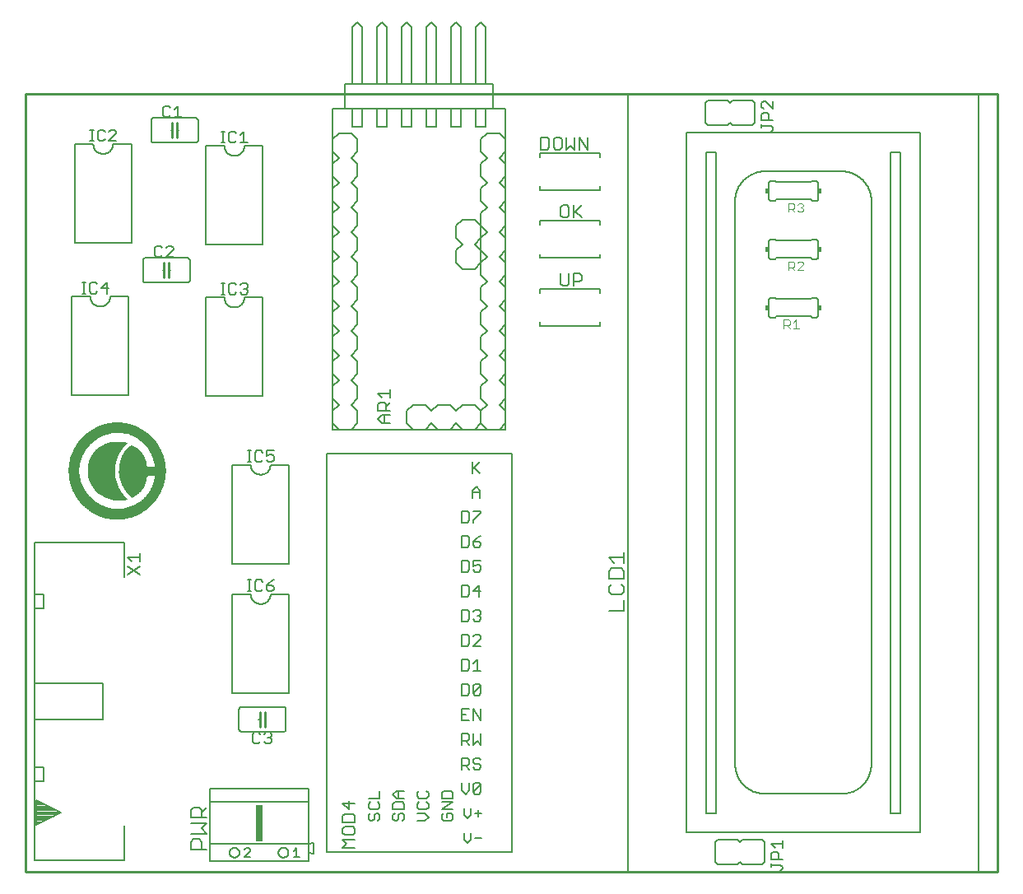
<source format=gbr>
G75*
%MOIN*%
%OFA0B0*%
%FSLAX25Y25*%
%IPPOS*%
%LPD*%
%AMOC8*
5,1,8,0,0,1.08239X$1,22.5*
%
%ADD10C,0.01000*%
%ADD11C,0.00500*%
%ADD12C,0.00600*%
%ADD13C,0.00197*%
%ADD14C,0.00800*%
%ADD15C,0.00787*%
%ADD16C,0.00700*%
%ADD17R,0.03000X0.15000*%
%ADD18R,0.01500X0.02000*%
%ADD19C,0.00400*%
D10*
X0028343Y0032555D02*
X0422044Y0032555D01*
X0422044Y0347516D01*
X0028343Y0347516D01*
X0028343Y0032555D01*
X0123288Y0091209D02*
X0123288Y0094209D01*
X0123288Y0097209D01*
X0125288Y0097209D02*
X0125288Y0094209D01*
X0125288Y0091209D01*
X0086351Y0273020D02*
X0086351Y0276020D01*
X0086351Y0279020D01*
X0084351Y0279020D02*
X0084351Y0276020D01*
X0084351Y0273020D01*
X0087698Y0329752D02*
X0087698Y0332752D01*
X0087698Y0335752D01*
X0089698Y0335752D02*
X0089698Y0332752D01*
X0089698Y0329752D01*
D11*
X0090053Y0338002D02*
X0090053Y0342506D01*
X0088551Y0341005D01*
X0086950Y0341755D02*
X0086199Y0342506D01*
X0084698Y0342506D01*
X0083948Y0341755D01*
X0083948Y0338753D01*
X0084698Y0338002D01*
X0086199Y0338002D01*
X0086950Y0338753D01*
X0088551Y0338002D02*
X0091554Y0338002D01*
X0107566Y0332128D02*
X0109067Y0332128D01*
X0108316Y0332128D02*
X0108316Y0327624D01*
X0107566Y0327624D02*
X0109067Y0327624D01*
X0110635Y0328375D02*
X0111386Y0327624D01*
X0112887Y0327624D01*
X0113637Y0328375D01*
X0115239Y0327624D02*
X0118241Y0327624D01*
X0116740Y0327624D02*
X0116740Y0332128D01*
X0115239Y0330627D01*
X0113637Y0331377D02*
X0112887Y0332128D01*
X0111386Y0332128D01*
X0110635Y0331377D01*
X0110635Y0328375D01*
X0152792Y0329071D02*
X0155292Y0331571D01*
X0160292Y0331571D01*
X0162792Y0329071D01*
X0162792Y0324071D01*
X0160292Y0321571D01*
X0162792Y0319071D01*
X0162792Y0314071D01*
X0160292Y0311571D01*
X0162792Y0309071D01*
X0162792Y0304071D01*
X0160292Y0301571D01*
X0162792Y0299071D01*
X0162792Y0294071D01*
X0160292Y0291571D01*
X0162792Y0289071D01*
X0162792Y0284071D01*
X0160292Y0281571D01*
X0162792Y0279071D01*
X0162792Y0274071D01*
X0160292Y0271571D01*
X0162792Y0269071D01*
X0162792Y0264071D01*
X0160292Y0261571D01*
X0162792Y0259071D01*
X0162792Y0254071D01*
X0160292Y0251571D01*
X0162792Y0249071D01*
X0162792Y0244071D01*
X0160292Y0241571D01*
X0162792Y0239071D01*
X0162792Y0234071D01*
X0160292Y0231571D01*
X0162792Y0229071D01*
X0162792Y0224071D01*
X0160292Y0221571D01*
X0162792Y0219071D01*
X0162792Y0214071D01*
X0160292Y0211571D01*
X0155292Y0211571D02*
X0152792Y0214071D01*
X0152792Y0211571D02*
X0222792Y0211571D01*
X0222792Y0224071D01*
X0220292Y0221571D01*
X0222792Y0219071D01*
X0222792Y0214071D02*
X0220292Y0211571D01*
X0215292Y0211571D02*
X0212792Y0214071D01*
X0210292Y0211571D01*
X0212792Y0214071D02*
X0212792Y0219071D01*
X0210292Y0221571D01*
X0205292Y0221571D01*
X0202792Y0219071D01*
X0200292Y0221571D01*
X0195292Y0221571D01*
X0192792Y0219071D01*
X0190292Y0221571D01*
X0185292Y0221571D01*
X0182792Y0219071D01*
X0182792Y0214071D01*
X0185292Y0211571D01*
X0190292Y0211571D02*
X0192792Y0214071D01*
X0195292Y0211571D01*
X0200292Y0211571D02*
X0202792Y0214071D01*
X0205292Y0211571D01*
X0212792Y0219071D02*
X0215292Y0221571D01*
X0212792Y0224071D01*
X0212792Y0229071D01*
X0215292Y0231571D01*
X0212792Y0234071D01*
X0212792Y0239071D01*
X0215292Y0241571D01*
X0212792Y0244071D01*
X0212792Y0249071D01*
X0215292Y0251571D01*
X0212792Y0254071D01*
X0212792Y0259071D01*
X0215292Y0261571D01*
X0212792Y0264071D01*
X0212792Y0269071D01*
X0215292Y0271571D01*
X0212792Y0274071D01*
X0212792Y0279071D01*
X0210292Y0276571D01*
X0205292Y0276571D01*
X0202792Y0279071D01*
X0202792Y0284071D01*
X0205292Y0286571D01*
X0202792Y0289071D01*
X0202792Y0294071D01*
X0205292Y0296571D01*
X0210292Y0296571D01*
X0212792Y0294071D01*
X0212792Y0289071D01*
X0210292Y0286571D01*
X0212792Y0284071D01*
X0212792Y0279071D01*
X0215292Y0281571D01*
X0212792Y0284071D01*
X0212792Y0289071D01*
X0215292Y0291571D01*
X0212792Y0294071D01*
X0212792Y0299071D01*
X0215292Y0301571D01*
X0212792Y0304071D01*
X0212792Y0309071D01*
X0215292Y0311571D01*
X0212792Y0314071D01*
X0212792Y0319071D01*
X0215292Y0321571D01*
X0212792Y0324071D01*
X0212792Y0329071D01*
X0215292Y0331571D01*
X0220292Y0331571D01*
X0222792Y0329071D01*
X0222792Y0324071D02*
X0220292Y0321571D01*
X0222792Y0319071D01*
X0222792Y0314071D02*
X0220292Y0311571D01*
X0222792Y0309071D01*
X0222792Y0304071D02*
X0220292Y0301571D01*
X0222792Y0299071D01*
X0222792Y0304071D02*
X0222792Y0341571D01*
X0217792Y0341571D01*
X0217792Y0351571D01*
X0214792Y0351571D01*
X0214792Y0374571D01*
X0212792Y0376571D01*
X0210792Y0374571D01*
X0210792Y0351571D01*
X0157792Y0351571D01*
X0157792Y0341571D01*
X0152792Y0341571D01*
X0152792Y0324071D01*
X0155292Y0321571D01*
X0152792Y0319071D01*
X0152792Y0314071D01*
X0155292Y0311571D01*
X0152792Y0309071D01*
X0152792Y0304071D01*
X0155292Y0301571D01*
X0152792Y0299071D01*
X0152792Y0294071D01*
X0155292Y0291571D01*
X0152792Y0289071D01*
X0152792Y0284071D01*
X0155292Y0281571D01*
X0152792Y0279071D01*
X0152792Y0274071D01*
X0155292Y0271571D01*
X0152792Y0269071D01*
X0152792Y0264071D01*
X0155292Y0261571D01*
X0152792Y0259071D01*
X0152792Y0254071D01*
X0155292Y0251571D01*
X0152792Y0249071D01*
X0152792Y0244071D01*
X0155292Y0241571D01*
X0152792Y0239071D01*
X0152792Y0234071D01*
X0155292Y0231571D01*
X0152792Y0229071D01*
X0152792Y0224071D01*
X0155292Y0221571D01*
X0152792Y0219071D01*
X0152792Y0211571D01*
X0152792Y0219071D02*
X0152792Y0224071D01*
X0152792Y0229071D02*
X0152792Y0234071D01*
X0152792Y0239071D02*
X0152792Y0244071D01*
X0152792Y0249071D02*
X0152792Y0254071D01*
X0152792Y0259071D02*
X0152792Y0264071D01*
X0152792Y0269071D02*
X0152792Y0274071D01*
X0152792Y0279071D02*
X0152792Y0284071D01*
X0152792Y0289071D02*
X0152792Y0294071D01*
X0152792Y0299071D02*
X0152792Y0304071D01*
X0152792Y0309071D02*
X0152792Y0314071D01*
X0152792Y0319071D02*
X0152792Y0324071D01*
X0160792Y0334071D02*
X0160792Y0341571D01*
X0157792Y0341571D02*
X0210792Y0341571D01*
X0210792Y0334071D01*
X0214792Y0334071D01*
X0214792Y0341571D01*
X0210792Y0341571D01*
X0214792Y0341571D02*
X0217792Y0341571D01*
X0214792Y0351571D02*
X0210792Y0351571D01*
X0204792Y0351571D02*
X0204792Y0374571D01*
X0202792Y0376571D01*
X0200792Y0374571D01*
X0200792Y0351571D01*
X0194792Y0351571D02*
X0194792Y0374571D01*
X0192792Y0376571D01*
X0190792Y0374571D01*
X0190792Y0351571D01*
X0184792Y0351571D02*
X0184792Y0374571D01*
X0182792Y0376571D01*
X0180792Y0374571D01*
X0180792Y0351571D01*
X0174792Y0351571D02*
X0174792Y0374571D01*
X0172792Y0376571D01*
X0170792Y0374571D01*
X0170792Y0351571D01*
X0164792Y0351571D02*
X0164792Y0374571D01*
X0162792Y0376571D01*
X0160792Y0374571D01*
X0160792Y0351571D01*
X0164792Y0341571D02*
X0164792Y0334071D01*
X0160792Y0334071D01*
X0170792Y0334071D02*
X0170792Y0341571D01*
X0174792Y0341571D02*
X0174792Y0334071D01*
X0170792Y0334071D01*
X0180792Y0334071D02*
X0180792Y0341571D01*
X0184792Y0341571D02*
X0184792Y0334071D01*
X0180792Y0334071D01*
X0190792Y0334071D02*
X0190792Y0341571D01*
X0194792Y0341571D02*
X0194792Y0334071D01*
X0190792Y0334071D01*
X0200792Y0334071D02*
X0200792Y0341571D01*
X0204792Y0341571D02*
X0204792Y0334071D01*
X0200792Y0334071D01*
X0222792Y0304071D02*
X0222792Y0239071D01*
X0220292Y0241571D01*
X0222792Y0244071D01*
X0222792Y0249071D02*
X0220292Y0251571D01*
X0222792Y0254071D01*
X0222792Y0259071D02*
X0220292Y0261571D01*
X0222792Y0264071D01*
X0222792Y0269071D02*
X0220292Y0271571D01*
X0222792Y0274071D01*
X0222792Y0279071D02*
X0220292Y0281571D01*
X0222792Y0284071D01*
X0222792Y0289071D02*
X0220292Y0291571D01*
X0222792Y0294071D01*
X0236611Y0294366D02*
X0236611Y0295941D01*
X0261020Y0295941D01*
X0261020Y0294366D01*
X0261020Y0282555D02*
X0261020Y0280980D01*
X0236611Y0280980D01*
X0236611Y0282555D01*
X0236611Y0268382D02*
X0261020Y0268382D01*
X0261020Y0266807D01*
X0261020Y0254996D02*
X0261020Y0253421D01*
X0236611Y0253421D01*
X0236611Y0254996D01*
X0236611Y0266807D02*
X0236611Y0268382D01*
X0222792Y0239071D02*
X0222792Y0224071D01*
X0222792Y0229071D02*
X0220292Y0231571D01*
X0222792Y0234071D01*
X0225194Y0201846D02*
X0150390Y0201846D01*
X0150390Y0040429D01*
X0225194Y0040429D01*
X0225194Y0201846D01*
X0212365Y0198392D02*
X0209362Y0195389D01*
X0210113Y0196140D02*
X0212365Y0193888D01*
X0209362Y0193888D02*
X0209362Y0198392D01*
X0210863Y0188392D02*
X0212365Y0186890D01*
X0212365Y0183888D01*
X0212365Y0186140D02*
X0209362Y0186140D01*
X0209362Y0186890D02*
X0210863Y0188392D01*
X0209362Y0186890D02*
X0209362Y0183888D01*
X0209696Y0178392D02*
X0212698Y0178392D01*
X0212698Y0177641D01*
X0209696Y0174638D01*
X0209696Y0173888D01*
X0208094Y0174638D02*
X0208094Y0177641D01*
X0207344Y0178392D01*
X0205092Y0178392D01*
X0205092Y0173888D01*
X0207344Y0173888D01*
X0208094Y0174638D01*
X0207344Y0168392D02*
X0205092Y0168392D01*
X0205092Y0163888D01*
X0207344Y0163888D01*
X0208094Y0164638D01*
X0208094Y0167641D01*
X0207344Y0168392D01*
X0209696Y0166140D02*
X0211947Y0166140D01*
X0212698Y0165389D01*
X0212698Y0164638D01*
X0211947Y0163888D01*
X0210446Y0163888D01*
X0209696Y0164638D01*
X0209696Y0166140D01*
X0211197Y0167641D01*
X0212698Y0168392D01*
X0212698Y0158392D02*
X0209696Y0158392D01*
X0209696Y0156140D01*
X0211197Y0156890D01*
X0211947Y0156890D01*
X0212698Y0156140D01*
X0212698Y0154638D01*
X0211947Y0153888D01*
X0210446Y0153888D01*
X0209696Y0154638D01*
X0208094Y0154638D02*
X0208094Y0157641D01*
X0207344Y0158392D01*
X0205092Y0158392D01*
X0205092Y0153888D01*
X0207344Y0153888D01*
X0208094Y0154638D01*
X0207344Y0148392D02*
X0205092Y0148392D01*
X0205092Y0143888D01*
X0207344Y0143888D01*
X0208094Y0144638D01*
X0208094Y0147641D01*
X0207344Y0148392D01*
X0209696Y0146140D02*
X0212698Y0146140D01*
X0211947Y0143888D02*
X0211947Y0148392D01*
X0209696Y0146140D01*
X0210446Y0138392D02*
X0211947Y0138392D01*
X0212698Y0137641D01*
X0212698Y0136890D01*
X0211947Y0136140D01*
X0212698Y0135389D01*
X0212698Y0134638D01*
X0211947Y0133888D01*
X0210446Y0133888D01*
X0209696Y0134638D01*
X0208094Y0134638D02*
X0208094Y0137641D01*
X0207344Y0138392D01*
X0205092Y0138392D01*
X0205092Y0133888D01*
X0207344Y0133888D01*
X0208094Y0134638D01*
X0209696Y0137641D02*
X0210446Y0138392D01*
X0211197Y0136140D02*
X0211947Y0136140D01*
X0211947Y0128392D02*
X0210446Y0128392D01*
X0209696Y0127641D01*
X0208094Y0127641D02*
X0207344Y0128392D01*
X0205092Y0128392D01*
X0205092Y0123888D01*
X0207344Y0123888D01*
X0208094Y0124638D01*
X0208094Y0127641D01*
X0211947Y0128392D02*
X0212698Y0127641D01*
X0212698Y0126890D01*
X0209696Y0123888D01*
X0212698Y0123888D01*
X0211197Y0118392D02*
X0211197Y0113888D01*
X0209696Y0113888D02*
X0212698Y0113888D01*
X0209696Y0116890D02*
X0211197Y0118392D01*
X0208094Y0117641D02*
X0207344Y0118392D01*
X0205092Y0118392D01*
X0205092Y0113888D01*
X0207344Y0113888D01*
X0208094Y0114638D01*
X0208094Y0117641D01*
X0207344Y0108392D02*
X0205092Y0108392D01*
X0205092Y0103888D01*
X0207344Y0103888D01*
X0208094Y0104638D01*
X0208094Y0107641D01*
X0207344Y0108392D01*
X0209696Y0107641D02*
X0209696Y0104638D01*
X0212698Y0107641D01*
X0212698Y0104638D01*
X0211947Y0103888D01*
X0210446Y0103888D01*
X0209696Y0104638D01*
X0209696Y0107641D02*
X0210446Y0108392D01*
X0211947Y0108392D01*
X0212698Y0107641D01*
X0212698Y0098392D02*
X0212698Y0093888D01*
X0209696Y0098392D01*
X0209696Y0093888D01*
X0208094Y0093888D02*
X0205092Y0093888D01*
X0205092Y0098392D01*
X0208094Y0098392D01*
X0206593Y0096140D02*
X0205092Y0096140D01*
X0205092Y0088392D02*
X0207344Y0088392D01*
X0208094Y0087641D01*
X0208094Y0086140D01*
X0207344Y0085389D01*
X0205092Y0085389D01*
X0206593Y0085389D02*
X0208094Y0083888D01*
X0209696Y0083888D02*
X0211197Y0085389D01*
X0212698Y0083888D01*
X0212698Y0088392D01*
X0209696Y0088392D02*
X0209696Y0083888D01*
X0205092Y0083888D02*
X0205092Y0088392D01*
X0205092Y0078392D02*
X0207344Y0078392D01*
X0208094Y0077641D01*
X0208094Y0076140D01*
X0207344Y0075389D01*
X0205092Y0075389D01*
X0206593Y0075389D02*
X0208094Y0073888D01*
X0209696Y0074638D02*
X0210446Y0073888D01*
X0211947Y0073888D01*
X0212698Y0074638D01*
X0212698Y0075389D01*
X0211947Y0076140D01*
X0210446Y0076140D01*
X0209696Y0076890D01*
X0209696Y0077641D01*
X0210446Y0078392D01*
X0211947Y0078392D01*
X0212698Y0077641D01*
X0205092Y0078392D02*
X0205092Y0073888D01*
X0205092Y0068392D02*
X0205092Y0065389D01*
X0206593Y0063888D01*
X0208094Y0065389D01*
X0208094Y0068392D01*
X0209696Y0067641D02*
X0210446Y0068392D01*
X0211947Y0068392D01*
X0212698Y0067641D01*
X0209696Y0064638D01*
X0210446Y0063888D01*
X0211947Y0063888D01*
X0212698Y0064638D01*
X0212698Y0067641D01*
X0209696Y0067641D02*
X0209696Y0064638D01*
X0208752Y0058141D02*
X0208752Y0055472D01*
X0207418Y0054138D01*
X0206083Y0055472D01*
X0206083Y0058141D01*
X0210227Y0056140D02*
X0212896Y0056140D01*
X0211562Y0057474D02*
X0211562Y0054805D01*
X0208752Y0048141D02*
X0208752Y0045472D01*
X0207418Y0044138D01*
X0206083Y0045472D01*
X0206083Y0048141D01*
X0210227Y0046140D02*
X0212896Y0046140D01*
X0201322Y0053772D02*
X0201322Y0055274D01*
X0200571Y0056024D01*
X0199070Y0056024D01*
X0199070Y0054523D01*
X0200571Y0053022D02*
X0201322Y0053772D01*
X0200571Y0053022D02*
X0197568Y0053022D01*
X0196818Y0053772D01*
X0196818Y0055274D01*
X0197568Y0056024D01*
X0196818Y0057626D02*
X0201322Y0060628D01*
X0196818Y0060628D01*
X0196818Y0062230D02*
X0196818Y0064481D01*
X0197568Y0065232D01*
X0200571Y0065232D01*
X0201322Y0064481D01*
X0201322Y0062230D01*
X0196818Y0062230D01*
X0196818Y0057626D02*
X0201322Y0057626D01*
X0191479Y0058376D02*
X0191479Y0059877D01*
X0190728Y0060628D01*
X0190728Y0062230D02*
X0191479Y0062980D01*
X0191479Y0064481D01*
X0190728Y0065232D01*
X0187726Y0065232D02*
X0186975Y0064481D01*
X0186975Y0062980D01*
X0187726Y0062230D01*
X0190728Y0062230D01*
X0187726Y0060628D02*
X0186975Y0059877D01*
X0186975Y0058376D01*
X0187726Y0057626D01*
X0190728Y0057626D01*
X0191479Y0058376D01*
X0189978Y0056024D02*
X0186975Y0056024D01*
X0186975Y0053022D02*
X0189978Y0053022D01*
X0191479Y0054523D01*
X0189978Y0056024D01*
X0181636Y0055274D02*
X0181636Y0053772D01*
X0180886Y0053022D01*
X0179385Y0053772D02*
X0179385Y0055274D01*
X0180135Y0056024D01*
X0180886Y0056024D01*
X0181636Y0055274D01*
X0181636Y0057626D02*
X0181636Y0059877D01*
X0180886Y0060628D01*
X0177883Y0060628D01*
X0177133Y0059877D01*
X0177133Y0057626D01*
X0181636Y0057626D01*
X0177883Y0056024D02*
X0177133Y0055274D01*
X0177133Y0053772D01*
X0177883Y0053022D01*
X0178634Y0053022D01*
X0179385Y0053772D01*
X0171794Y0053772D02*
X0171043Y0053022D01*
X0171794Y0053772D02*
X0171794Y0055274D01*
X0171043Y0056024D01*
X0170293Y0056024D01*
X0169542Y0055274D01*
X0169542Y0053772D01*
X0168791Y0053022D01*
X0168041Y0053022D01*
X0167290Y0053772D01*
X0167290Y0055274D01*
X0168041Y0056024D01*
X0168041Y0057626D02*
X0171043Y0057626D01*
X0171794Y0058376D01*
X0171794Y0059877D01*
X0171043Y0060628D01*
X0171794Y0062230D02*
X0171794Y0065232D01*
X0171794Y0062230D02*
X0167290Y0062230D01*
X0168041Y0060628D02*
X0167290Y0059877D01*
X0167290Y0058376D01*
X0168041Y0057626D01*
X0177133Y0063731D02*
X0178634Y0065232D01*
X0181636Y0065232D01*
X0179385Y0065232D02*
X0179385Y0062230D01*
X0178634Y0062230D02*
X0177133Y0063731D01*
X0178634Y0062230D02*
X0181636Y0062230D01*
X0139259Y0038590D02*
X0136990Y0038590D01*
X0138125Y0038590D02*
X0138125Y0041993D01*
X0136990Y0040859D01*
X0119259Y0040859D02*
X0119259Y0041426D01*
X0118692Y0041993D01*
X0117557Y0041993D01*
X0116990Y0041426D01*
X0119259Y0040859D02*
X0116990Y0038590D01*
X0119259Y0038590D01*
X0121081Y0084459D02*
X0120330Y0085209D01*
X0120330Y0088212D01*
X0121081Y0088962D01*
X0122582Y0088962D01*
X0123333Y0088212D01*
X0124934Y0088212D02*
X0125685Y0088962D01*
X0127186Y0088962D01*
X0127937Y0088212D01*
X0127937Y0087461D01*
X0127186Y0086711D01*
X0127937Y0085960D01*
X0127937Y0085209D01*
X0127186Y0084459D01*
X0125685Y0084459D01*
X0124934Y0085209D01*
X0123333Y0085209D02*
X0122582Y0084459D01*
X0121081Y0084459D01*
X0126435Y0086711D02*
X0127186Y0086711D01*
X0126619Y0146128D02*
X0128121Y0146128D01*
X0128871Y0146879D01*
X0128871Y0147629D01*
X0128121Y0148380D01*
X0125869Y0148380D01*
X0125869Y0146879D01*
X0126619Y0146128D01*
X0125869Y0148380D02*
X0127370Y0149881D01*
X0128871Y0150632D01*
X0124267Y0149881D02*
X0123517Y0150632D01*
X0122015Y0150632D01*
X0121265Y0149881D01*
X0121265Y0146879D01*
X0122015Y0146128D01*
X0123517Y0146128D01*
X0124267Y0146879D01*
X0119697Y0146128D02*
X0118196Y0146128D01*
X0118946Y0146128D02*
X0118946Y0150632D01*
X0118196Y0150632D02*
X0119697Y0150632D01*
X0119697Y0198490D02*
X0118196Y0198490D01*
X0118946Y0198490D02*
X0118946Y0202994D01*
X0118196Y0202994D02*
X0119697Y0202994D01*
X0121265Y0202243D02*
X0121265Y0199241D01*
X0122015Y0198490D01*
X0123517Y0198490D01*
X0124267Y0199241D01*
X0125869Y0199241D02*
X0126619Y0198490D01*
X0128121Y0198490D01*
X0128871Y0199241D01*
X0128871Y0200742D01*
X0128121Y0201493D01*
X0127370Y0201493D01*
X0125869Y0200742D01*
X0125869Y0202994D01*
X0128871Y0202994D01*
X0124267Y0202243D02*
X0123517Y0202994D01*
X0122015Y0202994D01*
X0121265Y0202243D01*
X0117491Y0266207D02*
X0115989Y0266207D01*
X0115239Y0266957D01*
X0113637Y0266957D02*
X0112887Y0266207D01*
X0111386Y0266207D01*
X0110635Y0266957D01*
X0110635Y0269960D01*
X0111386Y0270711D01*
X0112887Y0270711D01*
X0113637Y0269960D01*
X0115239Y0269960D02*
X0115989Y0270711D01*
X0117491Y0270711D01*
X0118241Y0269960D01*
X0118241Y0269209D01*
X0117491Y0268459D01*
X0118241Y0267708D01*
X0118241Y0266957D01*
X0117491Y0266207D01*
X0117491Y0268459D02*
X0116740Y0268459D01*
X0109067Y0270711D02*
X0107566Y0270711D01*
X0108316Y0270711D02*
X0108316Y0266207D01*
X0107566Y0266207D02*
X0109067Y0266207D01*
X0088208Y0281270D02*
X0085205Y0281270D01*
X0088208Y0284272D01*
X0088208Y0285023D01*
X0087457Y0285774D01*
X0085956Y0285774D01*
X0085205Y0285023D01*
X0083604Y0285023D02*
X0082853Y0285774D01*
X0081352Y0285774D01*
X0080601Y0285023D01*
X0080601Y0282020D01*
X0081352Y0281270D01*
X0082853Y0281270D01*
X0083604Y0282020D01*
X0061192Y0271104D02*
X0061192Y0266600D01*
X0061942Y0268852D02*
X0058940Y0268852D01*
X0061192Y0271104D01*
X0057338Y0270354D02*
X0056588Y0271104D01*
X0055086Y0271104D01*
X0054336Y0270354D01*
X0054336Y0267351D01*
X0055086Y0266600D01*
X0056588Y0266600D01*
X0057338Y0267351D01*
X0052768Y0266600D02*
X0051266Y0266600D01*
X0052017Y0266600D02*
X0052017Y0271104D01*
X0051266Y0271104D02*
X0052768Y0271104D01*
X0054416Y0328411D02*
X0055917Y0328411D01*
X0055167Y0328411D02*
X0055167Y0332915D01*
X0055917Y0332915D02*
X0054416Y0332915D01*
X0057485Y0332165D02*
X0057485Y0329162D01*
X0058236Y0328411D01*
X0059737Y0328411D01*
X0060488Y0329162D01*
X0062089Y0328411D02*
X0065092Y0331414D01*
X0065092Y0332165D01*
X0064341Y0332915D01*
X0062840Y0332915D01*
X0062089Y0332165D01*
X0060488Y0332165D02*
X0059737Y0332915D01*
X0058236Y0332915D01*
X0057485Y0332165D01*
X0062089Y0328411D02*
X0065092Y0328411D01*
X0236611Y0323500D02*
X0261020Y0323500D01*
X0261020Y0321925D01*
X0261020Y0310114D02*
X0261020Y0308539D01*
X0236611Y0308539D01*
X0236611Y0310114D01*
X0236611Y0321925D02*
X0236611Y0323500D01*
X0326428Y0333644D02*
X0326428Y0335145D01*
X0326428Y0334395D02*
X0330181Y0334395D01*
X0330932Y0333644D01*
X0330932Y0332894D01*
X0330181Y0332143D01*
X0329430Y0336747D02*
X0329430Y0338999D01*
X0328680Y0339749D01*
X0327179Y0339749D01*
X0326428Y0338999D01*
X0326428Y0336747D01*
X0330932Y0336747D01*
X0330932Y0341351D02*
X0327929Y0344353D01*
X0327179Y0344353D01*
X0326428Y0343603D01*
X0326428Y0342101D01*
X0327179Y0341351D01*
X0330932Y0341351D02*
X0330932Y0344353D01*
X0334869Y0045141D02*
X0334869Y0042138D01*
X0334869Y0043639D02*
X0330365Y0043639D01*
X0331866Y0042138D01*
X0331116Y0040537D02*
X0332617Y0040537D01*
X0333367Y0039786D01*
X0333367Y0037534D01*
X0334869Y0037534D02*
X0330365Y0037534D01*
X0330365Y0039786D01*
X0331116Y0040537D01*
X0330365Y0035933D02*
X0330365Y0034432D01*
X0330365Y0035182D02*
X0334118Y0035182D01*
X0334869Y0034432D01*
X0334869Y0033681D01*
X0334118Y0032930D01*
D12*
X0327713Y0036429D02*
X0327713Y0044429D01*
X0326713Y0045429D01*
X0318713Y0045429D01*
X0317713Y0044429D01*
X0316713Y0045429D01*
X0308713Y0045429D01*
X0307713Y0044429D01*
X0307713Y0036429D01*
X0308713Y0035429D01*
X0316713Y0035429D01*
X0317713Y0036429D01*
X0318713Y0035429D01*
X0326713Y0035429D01*
X0327713Y0036429D01*
X0161694Y0042227D02*
X0156690Y0042227D01*
X0158358Y0043895D01*
X0156690Y0045564D01*
X0161694Y0045564D01*
X0160860Y0047384D02*
X0161694Y0048218D01*
X0161694Y0049886D01*
X0160860Y0050720D01*
X0157524Y0050720D01*
X0156690Y0049886D01*
X0156690Y0048218D01*
X0157524Y0047384D01*
X0160860Y0047384D01*
X0161694Y0052540D02*
X0156690Y0052540D01*
X0156690Y0055042D01*
X0157524Y0055876D01*
X0160860Y0055876D01*
X0161694Y0055042D01*
X0161694Y0052540D01*
X0159192Y0057697D02*
X0159192Y0061033D01*
X0156690Y0060199D02*
X0159192Y0057697D01*
X0161694Y0060199D02*
X0156690Y0060199D01*
X0142831Y0060740D02*
X0142831Y0043740D01*
X0102831Y0043740D01*
X0102831Y0060740D01*
X0102831Y0066240D01*
X0142831Y0066240D01*
X0142831Y0060740D01*
X0102831Y0060740D01*
X0102831Y0043740D02*
X0102831Y0036740D01*
X0142831Y0036740D01*
X0142831Y0040240D01*
X0142831Y0043740D01*
X0144831Y0044240D01*
X0144831Y0039740D01*
X0142831Y0040240D01*
X0130731Y0040240D02*
X0130733Y0040329D01*
X0130739Y0040418D01*
X0130749Y0040507D01*
X0130763Y0040595D01*
X0130780Y0040682D01*
X0130802Y0040768D01*
X0130828Y0040854D01*
X0130857Y0040938D01*
X0130890Y0041021D01*
X0130926Y0041102D01*
X0130967Y0041182D01*
X0131010Y0041259D01*
X0131057Y0041335D01*
X0131108Y0041408D01*
X0131161Y0041479D01*
X0131218Y0041548D01*
X0131278Y0041614D01*
X0131341Y0041678D01*
X0131406Y0041738D01*
X0131474Y0041796D01*
X0131545Y0041850D01*
X0131618Y0041901D01*
X0131693Y0041949D01*
X0131770Y0041994D01*
X0131849Y0042035D01*
X0131930Y0042072D01*
X0132012Y0042106D01*
X0132096Y0042137D01*
X0132181Y0042163D01*
X0132267Y0042186D01*
X0132354Y0042204D01*
X0132442Y0042219D01*
X0132531Y0042230D01*
X0132620Y0042237D01*
X0132709Y0042240D01*
X0132798Y0042239D01*
X0132887Y0042234D01*
X0132975Y0042225D01*
X0133064Y0042212D01*
X0133151Y0042195D01*
X0133238Y0042175D01*
X0133324Y0042150D01*
X0133408Y0042122D01*
X0133491Y0042090D01*
X0133573Y0042054D01*
X0133653Y0042015D01*
X0133731Y0041972D01*
X0133807Y0041926D01*
X0133881Y0041876D01*
X0133953Y0041823D01*
X0134022Y0041767D01*
X0134089Y0041708D01*
X0134153Y0041646D01*
X0134214Y0041582D01*
X0134273Y0041514D01*
X0134328Y0041444D01*
X0134380Y0041372D01*
X0134429Y0041297D01*
X0134474Y0041221D01*
X0134516Y0041142D01*
X0134554Y0041062D01*
X0134589Y0040980D01*
X0134620Y0040896D01*
X0134648Y0040811D01*
X0134671Y0040725D01*
X0134691Y0040638D01*
X0134707Y0040551D01*
X0134719Y0040462D01*
X0134727Y0040374D01*
X0134731Y0040285D01*
X0134731Y0040195D01*
X0134727Y0040106D01*
X0134719Y0040018D01*
X0134707Y0039929D01*
X0134691Y0039842D01*
X0134671Y0039755D01*
X0134648Y0039669D01*
X0134620Y0039584D01*
X0134589Y0039500D01*
X0134554Y0039418D01*
X0134516Y0039338D01*
X0134474Y0039259D01*
X0134429Y0039183D01*
X0134380Y0039108D01*
X0134328Y0039036D01*
X0134273Y0038966D01*
X0134214Y0038898D01*
X0134153Y0038834D01*
X0134089Y0038772D01*
X0134022Y0038713D01*
X0133953Y0038657D01*
X0133881Y0038604D01*
X0133807Y0038554D01*
X0133731Y0038508D01*
X0133653Y0038465D01*
X0133573Y0038426D01*
X0133491Y0038390D01*
X0133408Y0038358D01*
X0133324Y0038330D01*
X0133238Y0038305D01*
X0133151Y0038285D01*
X0133064Y0038268D01*
X0132975Y0038255D01*
X0132887Y0038246D01*
X0132798Y0038241D01*
X0132709Y0038240D01*
X0132620Y0038243D01*
X0132531Y0038250D01*
X0132442Y0038261D01*
X0132354Y0038276D01*
X0132267Y0038294D01*
X0132181Y0038317D01*
X0132096Y0038343D01*
X0132012Y0038374D01*
X0131930Y0038408D01*
X0131849Y0038445D01*
X0131770Y0038486D01*
X0131693Y0038531D01*
X0131618Y0038579D01*
X0131545Y0038630D01*
X0131474Y0038684D01*
X0131406Y0038742D01*
X0131341Y0038802D01*
X0131278Y0038866D01*
X0131218Y0038932D01*
X0131161Y0039001D01*
X0131108Y0039072D01*
X0131057Y0039145D01*
X0131010Y0039221D01*
X0130967Y0039298D01*
X0130926Y0039378D01*
X0130890Y0039459D01*
X0130857Y0039542D01*
X0130828Y0039626D01*
X0130802Y0039712D01*
X0130780Y0039798D01*
X0130763Y0039885D01*
X0130749Y0039973D01*
X0130739Y0040062D01*
X0130733Y0040151D01*
X0130731Y0040240D01*
X0110931Y0040240D02*
X0110933Y0040329D01*
X0110939Y0040418D01*
X0110949Y0040507D01*
X0110963Y0040595D01*
X0110980Y0040682D01*
X0111002Y0040768D01*
X0111028Y0040854D01*
X0111057Y0040938D01*
X0111090Y0041021D01*
X0111126Y0041102D01*
X0111167Y0041182D01*
X0111210Y0041259D01*
X0111257Y0041335D01*
X0111308Y0041408D01*
X0111361Y0041479D01*
X0111418Y0041548D01*
X0111478Y0041614D01*
X0111541Y0041678D01*
X0111606Y0041738D01*
X0111674Y0041796D01*
X0111745Y0041850D01*
X0111818Y0041901D01*
X0111893Y0041949D01*
X0111970Y0041994D01*
X0112049Y0042035D01*
X0112130Y0042072D01*
X0112212Y0042106D01*
X0112296Y0042137D01*
X0112381Y0042163D01*
X0112467Y0042186D01*
X0112554Y0042204D01*
X0112642Y0042219D01*
X0112731Y0042230D01*
X0112820Y0042237D01*
X0112909Y0042240D01*
X0112998Y0042239D01*
X0113087Y0042234D01*
X0113175Y0042225D01*
X0113264Y0042212D01*
X0113351Y0042195D01*
X0113438Y0042175D01*
X0113524Y0042150D01*
X0113608Y0042122D01*
X0113691Y0042090D01*
X0113773Y0042054D01*
X0113853Y0042015D01*
X0113931Y0041972D01*
X0114007Y0041926D01*
X0114081Y0041876D01*
X0114153Y0041823D01*
X0114222Y0041767D01*
X0114289Y0041708D01*
X0114353Y0041646D01*
X0114414Y0041582D01*
X0114473Y0041514D01*
X0114528Y0041444D01*
X0114580Y0041372D01*
X0114629Y0041297D01*
X0114674Y0041221D01*
X0114716Y0041142D01*
X0114754Y0041062D01*
X0114789Y0040980D01*
X0114820Y0040896D01*
X0114848Y0040811D01*
X0114871Y0040725D01*
X0114891Y0040638D01*
X0114907Y0040551D01*
X0114919Y0040462D01*
X0114927Y0040374D01*
X0114931Y0040285D01*
X0114931Y0040195D01*
X0114927Y0040106D01*
X0114919Y0040018D01*
X0114907Y0039929D01*
X0114891Y0039842D01*
X0114871Y0039755D01*
X0114848Y0039669D01*
X0114820Y0039584D01*
X0114789Y0039500D01*
X0114754Y0039418D01*
X0114716Y0039338D01*
X0114674Y0039259D01*
X0114629Y0039183D01*
X0114580Y0039108D01*
X0114528Y0039036D01*
X0114473Y0038966D01*
X0114414Y0038898D01*
X0114353Y0038834D01*
X0114289Y0038772D01*
X0114222Y0038713D01*
X0114153Y0038657D01*
X0114081Y0038604D01*
X0114007Y0038554D01*
X0113931Y0038508D01*
X0113853Y0038465D01*
X0113773Y0038426D01*
X0113691Y0038390D01*
X0113608Y0038358D01*
X0113524Y0038330D01*
X0113438Y0038305D01*
X0113351Y0038285D01*
X0113264Y0038268D01*
X0113175Y0038255D01*
X0113087Y0038246D01*
X0112998Y0038241D01*
X0112909Y0038240D01*
X0112820Y0038243D01*
X0112731Y0038250D01*
X0112642Y0038261D01*
X0112554Y0038276D01*
X0112467Y0038294D01*
X0112381Y0038317D01*
X0112296Y0038343D01*
X0112212Y0038374D01*
X0112130Y0038408D01*
X0112049Y0038445D01*
X0111970Y0038486D01*
X0111893Y0038531D01*
X0111818Y0038579D01*
X0111745Y0038630D01*
X0111674Y0038684D01*
X0111606Y0038742D01*
X0111541Y0038802D01*
X0111478Y0038866D01*
X0111418Y0038932D01*
X0111361Y0039001D01*
X0111308Y0039072D01*
X0111257Y0039145D01*
X0111210Y0039221D01*
X0111167Y0039298D01*
X0111126Y0039378D01*
X0111090Y0039459D01*
X0111057Y0039542D01*
X0111028Y0039626D01*
X0111002Y0039712D01*
X0110980Y0039798D01*
X0110963Y0039885D01*
X0110949Y0039973D01*
X0110939Y0040062D01*
X0110933Y0040151D01*
X0110931Y0040240D01*
X0115788Y0089209D02*
X0132788Y0089209D01*
X0132848Y0089211D01*
X0132909Y0089216D01*
X0132968Y0089225D01*
X0133027Y0089238D01*
X0133086Y0089254D01*
X0133143Y0089274D01*
X0133198Y0089297D01*
X0133253Y0089324D01*
X0133305Y0089353D01*
X0133356Y0089386D01*
X0133405Y0089422D01*
X0133451Y0089460D01*
X0133495Y0089502D01*
X0133537Y0089546D01*
X0133575Y0089592D01*
X0133611Y0089641D01*
X0133644Y0089692D01*
X0133673Y0089744D01*
X0133700Y0089799D01*
X0133723Y0089854D01*
X0133743Y0089911D01*
X0133759Y0089970D01*
X0133772Y0090029D01*
X0133781Y0090088D01*
X0133786Y0090149D01*
X0133788Y0090209D01*
X0133788Y0098209D01*
X0133786Y0098269D01*
X0133781Y0098330D01*
X0133772Y0098389D01*
X0133759Y0098448D01*
X0133743Y0098507D01*
X0133723Y0098564D01*
X0133700Y0098619D01*
X0133673Y0098674D01*
X0133644Y0098726D01*
X0133611Y0098777D01*
X0133575Y0098826D01*
X0133537Y0098872D01*
X0133495Y0098916D01*
X0133451Y0098958D01*
X0133405Y0098996D01*
X0133356Y0099032D01*
X0133305Y0099065D01*
X0133253Y0099094D01*
X0133198Y0099121D01*
X0133143Y0099144D01*
X0133086Y0099164D01*
X0133027Y0099180D01*
X0132968Y0099193D01*
X0132909Y0099202D01*
X0132848Y0099207D01*
X0132788Y0099209D01*
X0115788Y0099209D01*
X0115728Y0099207D01*
X0115667Y0099202D01*
X0115608Y0099193D01*
X0115549Y0099180D01*
X0115490Y0099164D01*
X0115433Y0099144D01*
X0115378Y0099121D01*
X0115323Y0099094D01*
X0115271Y0099065D01*
X0115220Y0099032D01*
X0115171Y0098996D01*
X0115125Y0098958D01*
X0115081Y0098916D01*
X0115039Y0098872D01*
X0115001Y0098826D01*
X0114965Y0098777D01*
X0114932Y0098726D01*
X0114903Y0098674D01*
X0114876Y0098619D01*
X0114853Y0098564D01*
X0114833Y0098507D01*
X0114817Y0098448D01*
X0114804Y0098389D01*
X0114795Y0098330D01*
X0114790Y0098269D01*
X0114788Y0098209D01*
X0114788Y0090209D01*
X0114790Y0090149D01*
X0114795Y0090088D01*
X0114804Y0090029D01*
X0114817Y0089970D01*
X0114833Y0089911D01*
X0114853Y0089854D01*
X0114876Y0089799D01*
X0114903Y0089744D01*
X0114932Y0089692D01*
X0114965Y0089641D01*
X0115001Y0089592D01*
X0115039Y0089546D01*
X0115081Y0089502D01*
X0115125Y0089460D01*
X0115171Y0089422D01*
X0115220Y0089386D01*
X0115271Y0089353D01*
X0115323Y0089324D01*
X0115378Y0089297D01*
X0115433Y0089274D01*
X0115490Y0089254D01*
X0115549Y0089238D01*
X0115608Y0089225D01*
X0115667Y0089216D01*
X0115728Y0089211D01*
X0115788Y0089209D01*
X0122788Y0094209D02*
X0123288Y0094209D01*
X0125288Y0094209D02*
X0125788Y0094209D01*
X0135040Y0104878D02*
X0112040Y0104878D01*
X0112040Y0144878D01*
X0119540Y0144878D01*
X0119542Y0144752D01*
X0119548Y0144627D01*
X0119558Y0144502D01*
X0119572Y0144377D01*
X0119589Y0144252D01*
X0119611Y0144128D01*
X0119636Y0144005D01*
X0119666Y0143883D01*
X0119699Y0143762D01*
X0119736Y0143642D01*
X0119776Y0143523D01*
X0119821Y0143406D01*
X0119869Y0143289D01*
X0119921Y0143175D01*
X0119976Y0143062D01*
X0120035Y0142951D01*
X0120097Y0142842D01*
X0120163Y0142735D01*
X0120232Y0142630D01*
X0120304Y0142527D01*
X0120379Y0142426D01*
X0120458Y0142328D01*
X0120540Y0142233D01*
X0120624Y0142140D01*
X0120712Y0142050D01*
X0120802Y0141962D01*
X0120895Y0141878D01*
X0120990Y0141796D01*
X0121088Y0141717D01*
X0121189Y0141642D01*
X0121292Y0141570D01*
X0121397Y0141501D01*
X0121504Y0141435D01*
X0121613Y0141373D01*
X0121724Y0141314D01*
X0121837Y0141259D01*
X0121951Y0141207D01*
X0122068Y0141159D01*
X0122185Y0141114D01*
X0122304Y0141074D01*
X0122424Y0141037D01*
X0122545Y0141004D01*
X0122667Y0140974D01*
X0122790Y0140949D01*
X0122914Y0140927D01*
X0123039Y0140910D01*
X0123164Y0140896D01*
X0123289Y0140886D01*
X0123414Y0140880D01*
X0123540Y0140878D01*
X0123666Y0140880D01*
X0123791Y0140886D01*
X0123916Y0140896D01*
X0124041Y0140910D01*
X0124166Y0140927D01*
X0124290Y0140949D01*
X0124413Y0140974D01*
X0124535Y0141004D01*
X0124656Y0141037D01*
X0124776Y0141074D01*
X0124895Y0141114D01*
X0125012Y0141159D01*
X0125129Y0141207D01*
X0125243Y0141259D01*
X0125356Y0141314D01*
X0125467Y0141373D01*
X0125576Y0141435D01*
X0125683Y0141501D01*
X0125788Y0141570D01*
X0125891Y0141642D01*
X0125992Y0141717D01*
X0126090Y0141796D01*
X0126185Y0141878D01*
X0126278Y0141962D01*
X0126368Y0142050D01*
X0126456Y0142140D01*
X0126540Y0142233D01*
X0126622Y0142328D01*
X0126701Y0142426D01*
X0126776Y0142527D01*
X0126848Y0142630D01*
X0126917Y0142735D01*
X0126983Y0142842D01*
X0127045Y0142951D01*
X0127104Y0143062D01*
X0127159Y0143175D01*
X0127211Y0143289D01*
X0127259Y0143406D01*
X0127304Y0143523D01*
X0127344Y0143642D01*
X0127381Y0143762D01*
X0127414Y0143883D01*
X0127444Y0144005D01*
X0127469Y0144128D01*
X0127491Y0144252D01*
X0127508Y0144377D01*
X0127522Y0144502D01*
X0127532Y0144627D01*
X0127538Y0144752D01*
X0127540Y0144878D01*
X0135040Y0144878D01*
X0135040Y0104878D01*
X0135040Y0157240D02*
X0112040Y0157240D01*
X0112040Y0197240D01*
X0119540Y0197240D01*
X0119542Y0197114D01*
X0119548Y0196989D01*
X0119558Y0196864D01*
X0119572Y0196739D01*
X0119589Y0196614D01*
X0119611Y0196490D01*
X0119636Y0196367D01*
X0119666Y0196245D01*
X0119699Y0196124D01*
X0119736Y0196004D01*
X0119776Y0195885D01*
X0119821Y0195768D01*
X0119869Y0195651D01*
X0119921Y0195537D01*
X0119976Y0195424D01*
X0120035Y0195313D01*
X0120097Y0195204D01*
X0120163Y0195097D01*
X0120232Y0194992D01*
X0120304Y0194889D01*
X0120379Y0194788D01*
X0120458Y0194690D01*
X0120540Y0194595D01*
X0120624Y0194502D01*
X0120712Y0194412D01*
X0120802Y0194324D01*
X0120895Y0194240D01*
X0120990Y0194158D01*
X0121088Y0194079D01*
X0121189Y0194004D01*
X0121292Y0193932D01*
X0121397Y0193863D01*
X0121504Y0193797D01*
X0121613Y0193735D01*
X0121724Y0193676D01*
X0121837Y0193621D01*
X0121951Y0193569D01*
X0122068Y0193521D01*
X0122185Y0193476D01*
X0122304Y0193436D01*
X0122424Y0193399D01*
X0122545Y0193366D01*
X0122667Y0193336D01*
X0122790Y0193311D01*
X0122914Y0193289D01*
X0123039Y0193272D01*
X0123164Y0193258D01*
X0123289Y0193248D01*
X0123414Y0193242D01*
X0123540Y0193240D01*
X0123666Y0193242D01*
X0123791Y0193248D01*
X0123916Y0193258D01*
X0124041Y0193272D01*
X0124166Y0193289D01*
X0124290Y0193311D01*
X0124413Y0193336D01*
X0124535Y0193366D01*
X0124656Y0193399D01*
X0124776Y0193436D01*
X0124895Y0193476D01*
X0125012Y0193521D01*
X0125129Y0193569D01*
X0125243Y0193621D01*
X0125356Y0193676D01*
X0125467Y0193735D01*
X0125576Y0193797D01*
X0125683Y0193863D01*
X0125788Y0193932D01*
X0125891Y0194004D01*
X0125992Y0194079D01*
X0126090Y0194158D01*
X0126185Y0194240D01*
X0126278Y0194324D01*
X0126368Y0194412D01*
X0126456Y0194502D01*
X0126540Y0194595D01*
X0126622Y0194690D01*
X0126701Y0194788D01*
X0126776Y0194889D01*
X0126848Y0194992D01*
X0126917Y0195097D01*
X0126983Y0195204D01*
X0127045Y0195313D01*
X0127104Y0195424D01*
X0127159Y0195537D01*
X0127211Y0195651D01*
X0127259Y0195768D01*
X0127304Y0195885D01*
X0127344Y0196004D01*
X0127381Y0196124D01*
X0127414Y0196245D01*
X0127444Y0196367D01*
X0127469Y0196490D01*
X0127491Y0196614D01*
X0127508Y0196739D01*
X0127522Y0196864D01*
X0127532Y0196989D01*
X0127538Y0197114D01*
X0127540Y0197240D01*
X0135040Y0197240D01*
X0135040Y0157240D01*
X0074539Y0158051D02*
X0074539Y0161387D01*
X0074539Y0159719D02*
X0069535Y0159719D01*
X0071203Y0158051D01*
X0069535Y0156231D02*
X0074539Y0152894D01*
X0074539Y0156231D02*
X0069535Y0152894D01*
X0070079Y0225350D02*
X0047079Y0225350D01*
X0047079Y0265350D01*
X0054579Y0265350D01*
X0054581Y0265224D01*
X0054587Y0265099D01*
X0054597Y0264974D01*
X0054611Y0264849D01*
X0054628Y0264724D01*
X0054650Y0264600D01*
X0054675Y0264477D01*
X0054705Y0264355D01*
X0054738Y0264234D01*
X0054775Y0264114D01*
X0054815Y0263995D01*
X0054860Y0263878D01*
X0054908Y0263761D01*
X0054960Y0263647D01*
X0055015Y0263534D01*
X0055074Y0263423D01*
X0055136Y0263314D01*
X0055202Y0263207D01*
X0055271Y0263102D01*
X0055343Y0262999D01*
X0055418Y0262898D01*
X0055497Y0262800D01*
X0055579Y0262705D01*
X0055663Y0262612D01*
X0055751Y0262522D01*
X0055841Y0262434D01*
X0055934Y0262350D01*
X0056029Y0262268D01*
X0056127Y0262189D01*
X0056228Y0262114D01*
X0056331Y0262042D01*
X0056436Y0261973D01*
X0056543Y0261907D01*
X0056652Y0261845D01*
X0056763Y0261786D01*
X0056876Y0261731D01*
X0056990Y0261679D01*
X0057107Y0261631D01*
X0057224Y0261586D01*
X0057343Y0261546D01*
X0057463Y0261509D01*
X0057584Y0261476D01*
X0057706Y0261446D01*
X0057829Y0261421D01*
X0057953Y0261399D01*
X0058078Y0261382D01*
X0058203Y0261368D01*
X0058328Y0261358D01*
X0058453Y0261352D01*
X0058579Y0261350D01*
X0058705Y0261352D01*
X0058830Y0261358D01*
X0058955Y0261368D01*
X0059080Y0261382D01*
X0059205Y0261399D01*
X0059329Y0261421D01*
X0059452Y0261446D01*
X0059574Y0261476D01*
X0059695Y0261509D01*
X0059815Y0261546D01*
X0059934Y0261586D01*
X0060051Y0261631D01*
X0060168Y0261679D01*
X0060282Y0261731D01*
X0060395Y0261786D01*
X0060506Y0261845D01*
X0060615Y0261907D01*
X0060722Y0261973D01*
X0060827Y0262042D01*
X0060930Y0262114D01*
X0061031Y0262189D01*
X0061129Y0262268D01*
X0061224Y0262350D01*
X0061317Y0262434D01*
X0061407Y0262522D01*
X0061495Y0262612D01*
X0061579Y0262705D01*
X0061661Y0262800D01*
X0061740Y0262898D01*
X0061815Y0262999D01*
X0061887Y0263102D01*
X0061956Y0263207D01*
X0062022Y0263314D01*
X0062084Y0263423D01*
X0062143Y0263534D01*
X0062198Y0263647D01*
X0062250Y0263761D01*
X0062298Y0263878D01*
X0062343Y0263995D01*
X0062383Y0264114D01*
X0062420Y0264234D01*
X0062453Y0264355D01*
X0062483Y0264477D01*
X0062508Y0264600D01*
X0062530Y0264724D01*
X0062547Y0264849D01*
X0062561Y0264974D01*
X0062571Y0265099D01*
X0062577Y0265224D01*
X0062579Y0265350D01*
X0070079Y0265350D01*
X0070079Y0225350D01*
X0101410Y0224957D02*
X0124410Y0224957D01*
X0124410Y0264957D01*
X0116910Y0264957D01*
X0116908Y0264831D01*
X0116902Y0264706D01*
X0116892Y0264581D01*
X0116878Y0264456D01*
X0116861Y0264331D01*
X0116839Y0264207D01*
X0116814Y0264084D01*
X0116784Y0263962D01*
X0116751Y0263841D01*
X0116714Y0263721D01*
X0116674Y0263602D01*
X0116629Y0263485D01*
X0116581Y0263368D01*
X0116529Y0263254D01*
X0116474Y0263141D01*
X0116415Y0263030D01*
X0116353Y0262921D01*
X0116287Y0262814D01*
X0116218Y0262709D01*
X0116146Y0262606D01*
X0116071Y0262505D01*
X0115992Y0262407D01*
X0115910Y0262312D01*
X0115826Y0262219D01*
X0115738Y0262129D01*
X0115648Y0262041D01*
X0115555Y0261957D01*
X0115460Y0261875D01*
X0115362Y0261796D01*
X0115261Y0261721D01*
X0115158Y0261649D01*
X0115053Y0261580D01*
X0114946Y0261514D01*
X0114837Y0261452D01*
X0114726Y0261393D01*
X0114613Y0261338D01*
X0114499Y0261286D01*
X0114382Y0261238D01*
X0114265Y0261193D01*
X0114146Y0261153D01*
X0114026Y0261116D01*
X0113905Y0261083D01*
X0113783Y0261053D01*
X0113660Y0261028D01*
X0113536Y0261006D01*
X0113411Y0260989D01*
X0113286Y0260975D01*
X0113161Y0260965D01*
X0113036Y0260959D01*
X0112910Y0260957D01*
X0112784Y0260959D01*
X0112659Y0260965D01*
X0112534Y0260975D01*
X0112409Y0260989D01*
X0112284Y0261006D01*
X0112160Y0261028D01*
X0112037Y0261053D01*
X0111915Y0261083D01*
X0111794Y0261116D01*
X0111674Y0261153D01*
X0111555Y0261193D01*
X0111438Y0261238D01*
X0111321Y0261286D01*
X0111207Y0261338D01*
X0111094Y0261393D01*
X0110983Y0261452D01*
X0110874Y0261514D01*
X0110767Y0261580D01*
X0110662Y0261649D01*
X0110559Y0261721D01*
X0110458Y0261796D01*
X0110360Y0261875D01*
X0110265Y0261957D01*
X0110172Y0262041D01*
X0110082Y0262129D01*
X0109994Y0262219D01*
X0109910Y0262312D01*
X0109828Y0262407D01*
X0109749Y0262505D01*
X0109674Y0262606D01*
X0109602Y0262709D01*
X0109533Y0262814D01*
X0109467Y0262921D01*
X0109405Y0263030D01*
X0109346Y0263141D01*
X0109291Y0263254D01*
X0109239Y0263368D01*
X0109191Y0263485D01*
X0109146Y0263602D01*
X0109106Y0263721D01*
X0109069Y0263841D01*
X0109036Y0263962D01*
X0109006Y0264084D01*
X0108981Y0264207D01*
X0108959Y0264331D01*
X0108942Y0264456D01*
X0108928Y0264581D01*
X0108918Y0264706D01*
X0108912Y0264831D01*
X0108910Y0264957D01*
X0101410Y0264957D01*
X0101410Y0224957D01*
X0093851Y0271020D02*
X0076851Y0271020D01*
X0076791Y0271022D01*
X0076730Y0271027D01*
X0076671Y0271036D01*
X0076612Y0271049D01*
X0076553Y0271065D01*
X0076496Y0271085D01*
X0076441Y0271108D01*
X0076386Y0271135D01*
X0076334Y0271164D01*
X0076283Y0271197D01*
X0076234Y0271233D01*
X0076188Y0271271D01*
X0076144Y0271313D01*
X0076102Y0271357D01*
X0076064Y0271403D01*
X0076028Y0271452D01*
X0075995Y0271503D01*
X0075966Y0271555D01*
X0075939Y0271610D01*
X0075916Y0271665D01*
X0075896Y0271722D01*
X0075880Y0271781D01*
X0075867Y0271840D01*
X0075858Y0271899D01*
X0075853Y0271960D01*
X0075851Y0272020D01*
X0075851Y0280020D01*
X0075853Y0280080D01*
X0075858Y0280141D01*
X0075867Y0280200D01*
X0075880Y0280259D01*
X0075896Y0280318D01*
X0075916Y0280375D01*
X0075939Y0280430D01*
X0075966Y0280485D01*
X0075995Y0280537D01*
X0076028Y0280588D01*
X0076064Y0280637D01*
X0076102Y0280683D01*
X0076144Y0280727D01*
X0076188Y0280769D01*
X0076234Y0280807D01*
X0076283Y0280843D01*
X0076334Y0280876D01*
X0076386Y0280905D01*
X0076441Y0280932D01*
X0076496Y0280955D01*
X0076553Y0280975D01*
X0076612Y0280991D01*
X0076671Y0281004D01*
X0076730Y0281013D01*
X0076791Y0281018D01*
X0076851Y0281020D01*
X0093851Y0281020D01*
X0093911Y0281018D01*
X0093972Y0281013D01*
X0094031Y0281004D01*
X0094090Y0280991D01*
X0094149Y0280975D01*
X0094206Y0280955D01*
X0094261Y0280932D01*
X0094316Y0280905D01*
X0094368Y0280876D01*
X0094419Y0280843D01*
X0094468Y0280807D01*
X0094514Y0280769D01*
X0094558Y0280727D01*
X0094600Y0280683D01*
X0094638Y0280637D01*
X0094674Y0280588D01*
X0094707Y0280537D01*
X0094736Y0280485D01*
X0094763Y0280430D01*
X0094786Y0280375D01*
X0094806Y0280318D01*
X0094822Y0280259D01*
X0094835Y0280200D01*
X0094844Y0280141D01*
X0094849Y0280080D01*
X0094851Y0280020D01*
X0094851Y0272020D01*
X0094849Y0271960D01*
X0094844Y0271899D01*
X0094835Y0271840D01*
X0094822Y0271781D01*
X0094806Y0271722D01*
X0094786Y0271665D01*
X0094763Y0271610D01*
X0094736Y0271555D01*
X0094707Y0271503D01*
X0094674Y0271452D01*
X0094638Y0271403D01*
X0094600Y0271357D01*
X0094558Y0271313D01*
X0094514Y0271271D01*
X0094468Y0271233D01*
X0094419Y0271197D01*
X0094368Y0271164D01*
X0094316Y0271135D01*
X0094261Y0271108D01*
X0094206Y0271085D01*
X0094149Y0271065D01*
X0094090Y0271049D01*
X0094031Y0271036D01*
X0093972Y0271027D01*
X0093911Y0271022D01*
X0093851Y0271020D01*
X0086851Y0276020D02*
X0086351Y0276020D01*
X0084351Y0276020D02*
X0083851Y0276020D01*
X0071260Y0287161D02*
X0048260Y0287161D01*
X0048260Y0327161D01*
X0055760Y0327161D01*
X0055762Y0327035D01*
X0055768Y0326910D01*
X0055778Y0326785D01*
X0055792Y0326660D01*
X0055809Y0326535D01*
X0055831Y0326411D01*
X0055856Y0326288D01*
X0055886Y0326166D01*
X0055919Y0326045D01*
X0055956Y0325925D01*
X0055996Y0325806D01*
X0056041Y0325689D01*
X0056089Y0325572D01*
X0056141Y0325458D01*
X0056196Y0325345D01*
X0056255Y0325234D01*
X0056317Y0325125D01*
X0056383Y0325018D01*
X0056452Y0324913D01*
X0056524Y0324810D01*
X0056599Y0324709D01*
X0056678Y0324611D01*
X0056760Y0324516D01*
X0056844Y0324423D01*
X0056932Y0324333D01*
X0057022Y0324245D01*
X0057115Y0324161D01*
X0057210Y0324079D01*
X0057308Y0324000D01*
X0057409Y0323925D01*
X0057512Y0323853D01*
X0057617Y0323784D01*
X0057724Y0323718D01*
X0057833Y0323656D01*
X0057944Y0323597D01*
X0058057Y0323542D01*
X0058171Y0323490D01*
X0058288Y0323442D01*
X0058405Y0323397D01*
X0058524Y0323357D01*
X0058644Y0323320D01*
X0058765Y0323287D01*
X0058887Y0323257D01*
X0059010Y0323232D01*
X0059134Y0323210D01*
X0059259Y0323193D01*
X0059384Y0323179D01*
X0059509Y0323169D01*
X0059634Y0323163D01*
X0059760Y0323161D01*
X0059886Y0323163D01*
X0060011Y0323169D01*
X0060136Y0323179D01*
X0060261Y0323193D01*
X0060386Y0323210D01*
X0060510Y0323232D01*
X0060633Y0323257D01*
X0060755Y0323287D01*
X0060876Y0323320D01*
X0060996Y0323357D01*
X0061115Y0323397D01*
X0061232Y0323442D01*
X0061349Y0323490D01*
X0061463Y0323542D01*
X0061576Y0323597D01*
X0061687Y0323656D01*
X0061796Y0323718D01*
X0061903Y0323784D01*
X0062008Y0323853D01*
X0062111Y0323925D01*
X0062212Y0324000D01*
X0062310Y0324079D01*
X0062405Y0324161D01*
X0062498Y0324245D01*
X0062588Y0324333D01*
X0062676Y0324423D01*
X0062760Y0324516D01*
X0062842Y0324611D01*
X0062921Y0324709D01*
X0062996Y0324810D01*
X0063068Y0324913D01*
X0063137Y0325018D01*
X0063203Y0325125D01*
X0063265Y0325234D01*
X0063324Y0325345D01*
X0063379Y0325458D01*
X0063431Y0325572D01*
X0063479Y0325689D01*
X0063524Y0325806D01*
X0063564Y0325925D01*
X0063601Y0326045D01*
X0063634Y0326166D01*
X0063664Y0326288D01*
X0063689Y0326411D01*
X0063711Y0326535D01*
X0063728Y0326660D01*
X0063742Y0326785D01*
X0063752Y0326910D01*
X0063758Y0327035D01*
X0063760Y0327161D01*
X0071260Y0327161D01*
X0071260Y0287161D01*
X0101410Y0286374D02*
X0124410Y0286374D01*
X0124410Y0326374D01*
X0116910Y0326374D01*
X0116908Y0326248D01*
X0116902Y0326123D01*
X0116892Y0325998D01*
X0116878Y0325873D01*
X0116861Y0325748D01*
X0116839Y0325624D01*
X0116814Y0325501D01*
X0116784Y0325379D01*
X0116751Y0325258D01*
X0116714Y0325138D01*
X0116674Y0325019D01*
X0116629Y0324902D01*
X0116581Y0324785D01*
X0116529Y0324671D01*
X0116474Y0324558D01*
X0116415Y0324447D01*
X0116353Y0324338D01*
X0116287Y0324231D01*
X0116218Y0324126D01*
X0116146Y0324023D01*
X0116071Y0323922D01*
X0115992Y0323824D01*
X0115910Y0323729D01*
X0115826Y0323636D01*
X0115738Y0323546D01*
X0115648Y0323458D01*
X0115555Y0323374D01*
X0115460Y0323292D01*
X0115362Y0323213D01*
X0115261Y0323138D01*
X0115158Y0323066D01*
X0115053Y0322997D01*
X0114946Y0322931D01*
X0114837Y0322869D01*
X0114726Y0322810D01*
X0114613Y0322755D01*
X0114499Y0322703D01*
X0114382Y0322655D01*
X0114265Y0322610D01*
X0114146Y0322570D01*
X0114026Y0322533D01*
X0113905Y0322500D01*
X0113783Y0322470D01*
X0113660Y0322445D01*
X0113536Y0322423D01*
X0113411Y0322406D01*
X0113286Y0322392D01*
X0113161Y0322382D01*
X0113036Y0322376D01*
X0112910Y0322374D01*
X0112784Y0322376D01*
X0112659Y0322382D01*
X0112534Y0322392D01*
X0112409Y0322406D01*
X0112284Y0322423D01*
X0112160Y0322445D01*
X0112037Y0322470D01*
X0111915Y0322500D01*
X0111794Y0322533D01*
X0111674Y0322570D01*
X0111555Y0322610D01*
X0111438Y0322655D01*
X0111321Y0322703D01*
X0111207Y0322755D01*
X0111094Y0322810D01*
X0110983Y0322869D01*
X0110874Y0322931D01*
X0110767Y0322997D01*
X0110662Y0323066D01*
X0110559Y0323138D01*
X0110458Y0323213D01*
X0110360Y0323292D01*
X0110265Y0323374D01*
X0110172Y0323458D01*
X0110082Y0323546D01*
X0109994Y0323636D01*
X0109910Y0323729D01*
X0109828Y0323824D01*
X0109749Y0323922D01*
X0109674Y0324023D01*
X0109602Y0324126D01*
X0109533Y0324231D01*
X0109467Y0324338D01*
X0109405Y0324447D01*
X0109346Y0324558D01*
X0109291Y0324671D01*
X0109239Y0324785D01*
X0109191Y0324902D01*
X0109146Y0325019D01*
X0109106Y0325138D01*
X0109069Y0325258D01*
X0109036Y0325379D01*
X0109006Y0325501D01*
X0108981Y0325624D01*
X0108959Y0325748D01*
X0108942Y0325873D01*
X0108928Y0325998D01*
X0108918Y0326123D01*
X0108912Y0326248D01*
X0108910Y0326374D01*
X0101410Y0326374D01*
X0101410Y0286374D01*
X0097198Y0327752D02*
X0080198Y0327752D01*
X0080138Y0327754D01*
X0080077Y0327759D01*
X0080018Y0327768D01*
X0079959Y0327781D01*
X0079900Y0327797D01*
X0079843Y0327817D01*
X0079788Y0327840D01*
X0079733Y0327867D01*
X0079681Y0327896D01*
X0079630Y0327929D01*
X0079581Y0327965D01*
X0079535Y0328003D01*
X0079491Y0328045D01*
X0079449Y0328089D01*
X0079411Y0328135D01*
X0079375Y0328184D01*
X0079342Y0328235D01*
X0079313Y0328287D01*
X0079286Y0328342D01*
X0079263Y0328397D01*
X0079243Y0328454D01*
X0079227Y0328513D01*
X0079214Y0328572D01*
X0079205Y0328631D01*
X0079200Y0328692D01*
X0079198Y0328752D01*
X0079198Y0336752D01*
X0079200Y0336812D01*
X0079205Y0336873D01*
X0079214Y0336932D01*
X0079227Y0336991D01*
X0079243Y0337050D01*
X0079263Y0337107D01*
X0079286Y0337162D01*
X0079313Y0337217D01*
X0079342Y0337269D01*
X0079375Y0337320D01*
X0079411Y0337369D01*
X0079449Y0337415D01*
X0079491Y0337459D01*
X0079535Y0337501D01*
X0079581Y0337539D01*
X0079630Y0337575D01*
X0079681Y0337608D01*
X0079733Y0337637D01*
X0079788Y0337664D01*
X0079843Y0337687D01*
X0079900Y0337707D01*
X0079959Y0337723D01*
X0080018Y0337736D01*
X0080077Y0337745D01*
X0080138Y0337750D01*
X0080198Y0337752D01*
X0097198Y0337752D01*
X0097258Y0337750D01*
X0097319Y0337745D01*
X0097378Y0337736D01*
X0097437Y0337723D01*
X0097496Y0337707D01*
X0097553Y0337687D01*
X0097608Y0337664D01*
X0097663Y0337637D01*
X0097715Y0337608D01*
X0097766Y0337575D01*
X0097815Y0337539D01*
X0097861Y0337501D01*
X0097905Y0337459D01*
X0097947Y0337415D01*
X0097985Y0337369D01*
X0098021Y0337320D01*
X0098054Y0337269D01*
X0098083Y0337217D01*
X0098110Y0337162D01*
X0098133Y0337107D01*
X0098153Y0337050D01*
X0098169Y0336991D01*
X0098182Y0336932D01*
X0098191Y0336873D01*
X0098196Y0336812D01*
X0098198Y0336752D01*
X0098198Y0328752D01*
X0098196Y0328692D01*
X0098191Y0328631D01*
X0098182Y0328572D01*
X0098169Y0328513D01*
X0098153Y0328454D01*
X0098133Y0328397D01*
X0098110Y0328342D01*
X0098083Y0328287D01*
X0098054Y0328235D01*
X0098021Y0328184D01*
X0097985Y0328135D01*
X0097947Y0328089D01*
X0097905Y0328045D01*
X0097861Y0328003D01*
X0097815Y0327965D01*
X0097766Y0327929D01*
X0097715Y0327896D01*
X0097663Y0327867D01*
X0097608Y0327840D01*
X0097553Y0327817D01*
X0097496Y0327797D01*
X0097437Y0327781D01*
X0097378Y0327768D01*
X0097319Y0327759D01*
X0097258Y0327754D01*
X0097198Y0327752D01*
X0090198Y0332752D02*
X0089698Y0332752D01*
X0087698Y0332752D02*
X0087198Y0332752D01*
X0176005Y0227667D02*
X0176005Y0224331D01*
X0176005Y0225999D02*
X0171001Y0225999D01*
X0172669Y0224331D01*
X0171835Y0222511D02*
X0173503Y0222511D01*
X0174337Y0221677D01*
X0174337Y0219175D01*
X0174337Y0220843D02*
X0176005Y0222511D01*
X0176005Y0219175D02*
X0171001Y0219175D01*
X0171001Y0221677D01*
X0171835Y0222511D01*
X0172669Y0217354D02*
X0176005Y0217354D01*
X0173503Y0217354D02*
X0173503Y0214018D01*
X0172669Y0214018D02*
X0176005Y0214018D01*
X0172669Y0214018D02*
X0171001Y0215686D01*
X0172669Y0217354D01*
X0245009Y0270579D02*
X0245843Y0269745D01*
X0247511Y0269745D01*
X0248345Y0270579D01*
X0248345Y0274749D01*
X0250166Y0274749D02*
X0252668Y0274749D01*
X0253502Y0273915D01*
X0253502Y0272247D01*
X0252668Y0271413D01*
X0250166Y0271413D01*
X0250166Y0269745D02*
X0250166Y0274749D01*
X0245009Y0274749D02*
X0245009Y0270579D01*
X0245843Y0297304D02*
X0247511Y0297304D01*
X0248345Y0298138D01*
X0248345Y0301474D01*
X0247511Y0302308D01*
X0245843Y0302308D01*
X0245009Y0301474D01*
X0245009Y0298138D01*
X0245843Y0297304D01*
X0250166Y0297304D02*
X0250166Y0302308D01*
X0251000Y0299806D02*
X0253502Y0297304D01*
X0250166Y0298972D02*
X0253502Y0302308D01*
X0252604Y0324863D02*
X0252604Y0329867D01*
X0255941Y0324863D01*
X0255941Y0329867D01*
X0250784Y0329867D02*
X0250784Y0324863D01*
X0249116Y0326531D01*
X0247448Y0324863D01*
X0247448Y0329867D01*
X0245628Y0329033D02*
X0245628Y0325697D01*
X0244794Y0324863D01*
X0243126Y0324863D01*
X0242292Y0325697D01*
X0242292Y0329033D01*
X0243126Y0329867D01*
X0244794Y0329867D01*
X0245628Y0329033D01*
X0240471Y0329033D02*
X0240471Y0325697D01*
X0239637Y0324863D01*
X0237135Y0324863D01*
X0237135Y0329867D01*
X0239637Y0329867D01*
X0240471Y0329033D01*
X0303776Y0335642D02*
X0304776Y0334642D01*
X0312776Y0334642D01*
X0313776Y0335642D01*
X0314776Y0334642D01*
X0322776Y0334642D01*
X0323776Y0335642D01*
X0323776Y0343642D01*
X0322776Y0344642D01*
X0314776Y0344642D01*
X0313776Y0343642D01*
X0312776Y0344642D01*
X0304776Y0344642D01*
X0303776Y0343642D01*
X0303776Y0335642D01*
X0329367Y0311146D02*
X0329367Y0305146D01*
X0329369Y0305086D01*
X0329374Y0305025D01*
X0329383Y0304966D01*
X0329396Y0304907D01*
X0329412Y0304848D01*
X0329432Y0304791D01*
X0329455Y0304736D01*
X0329482Y0304681D01*
X0329511Y0304629D01*
X0329544Y0304578D01*
X0329580Y0304529D01*
X0329618Y0304483D01*
X0329660Y0304439D01*
X0329704Y0304397D01*
X0329750Y0304359D01*
X0329799Y0304323D01*
X0329850Y0304290D01*
X0329902Y0304261D01*
X0329957Y0304234D01*
X0330012Y0304211D01*
X0330069Y0304191D01*
X0330128Y0304175D01*
X0330187Y0304162D01*
X0330246Y0304153D01*
X0330307Y0304148D01*
X0330367Y0304146D01*
X0331867Y0304146D01*
X0332367Y0304646D01*
X0346367Y0304646D01*
X0346867Y0304146D01*
X0348367Y0304146D01*
X0348427Y0304148D01*
X0348488Y0304153D01*
X0348547Y0304162D01*
X0348606Y0304175D01*
X0348665Y0304191D01*
X0348722Y0304211D01*
X0348777Y0304234D01*
X0348832Y0304261D01*
X0348884Y0304290D01*
X0348935Y0304323D01*
X0348984Y0304359D01*
X0349030Y0304397D01*
X0349074Y0304439D01*
X0349116Y0304483D01*
X0349154Y0304529D01*
X0349190Y0304578D01*
X0349223Y0304629D01*
X0349252Y0304681D01*
X0349279Y0304736D01*
X0349302Y0304791D01*
X0349322Y0304848D01*
X0349338Y0304907D01*
X0349351Y0304966D01*
X0349360Y0305025D01*
X0349365Y0305086D01*
X0349367Y0305146D01*
X0349367Y0311146D01*
X0349365Y0311206D01*
X0349360Y0311267D01*
X0349351Y0311326D01*
X0349338Y0311385D01*
X0349322Y0311444D01*
X0349302Y0311501D01*
X0349279Y0311556D01*
X0349252Y0311611D01*
X0349223Y0311663D01*
X0349190Y0311714D01*
X0349154Y0311763D01*
X0349116Y0311809D01*
X0349074Y0311853D01*
X0349030Y0311895D01*
X0348984Y0311933D01*
X0348935Y0311969D01*
X0348884Y0312002D01*
X0348832Y0312031D01*
X0348777Y0312058D01*
X0348722Y0312081D01*
X0348665Y0312101D01*
X0348606Y0312117D01*
X0348547Y0312130D01*
X0348488Y0312139D01*
X0348427Y0312144D01*
X0348367Y0312146D01*
X0346867Y0312146D01*
X0346367Y0311646D01*
X0332367Y0311646D01*
X0331867Y0312146D01*
X0330367Y0312146D01*
X0330307Y0312144D01*
X0330246Y0312139D01*
X0330187Y0312130D01*
X0330128Y0312117D01*
X0330069Y0312101D01*
X0330012Y0312081D01*
X0329957Y0312058D01*
X0329902Y0312031D01*
X0329850Y0312002D01*
X0329799Y0311969D01*
X0329750Y0311933D01*
X0329704Y0311895D01*
X0329660Y0311853D01*
X0329618Y0311809D01*
X0329580Y0311763D01*
X0329544Y0311714D01*
X0329511Y0311663D01*
X0329482Y0311611D01*
X0329455Y0311556D01*
X0329432Y0311501D01*
X0329412Y0311444D01*
X0329396Y0311385D01*
X0329383Y0311326D01*
X0329374Y0311267D01*
X0329369Y0311206D01*
X0329367Y0311146D01*
X0330367Y0288524D02*
X0331867Y0288524D01*
X0332367Y0288024D01*
X0346367Y0288024D01*
X0346867Y0288524D01*
X0348367Y0288524D01*
X0348427Y0288522D01*
X0348488Y0288517D01*
X0348547Y0288508D01*
X0348606Y0288495D01*
X0348665Y0288479D01*
X0348722Y0288459D01*
X0348777Y0288436D01*
X0348832Y0288409D01*
X0348884Y0288380D01*
X0348935Y0288347D01*
X0348984Y0288311D01*
X0349030Y0288273D01*
X0349074Y0288231D01*
X0349116Y0288187D01*
X0349154Y0288141D01*
X0349190Y0288092D01*
X0349223Y0288041D01*
X0349252Y0287989D01*
X0349279Y0287934D01*
X0349302Y0287879D01*
X0349322Y0287822D01*
X0349338Y0287763D01*
X0349351Y0287704D01*
X0349360Y0287645D01*
X0349365Y0287584D01*
X0349367Y0287524D01*
X0349367Y0281524D01*
X0349365Y0281464D01*
X0349360Y0281403D01*
X0349351Y0281344D01*
X0349338Y0281285D01*
X0349322Y0281226D01*
X0349302Y0281169D01*
X0349279Y0281114D01*
X0349252Y0281059D01*
X0349223Y0281007D01*
X0349190Y0280956D01*
X0349154Y0280907D01*
X0349116Y0280861D01*
X0349074Y0280817D01*
X0349030Y0280775D01*
X0348984Y0280737D01*
X0348935Y0280701D01*
X0348884Y0280668D01*
X0348832Y0280639D01*
X0348777Y0280612D01*
X0348722Y0280589D01*
X0348665Y0280569D01*
X0348606Y0280553D01*
X0348547Y0280540D01*
X0348488Y0280531D01*
X0348427Y0280526D01*
X0348367Y0280524D01*
X0346867Y0280524D01*
X0346367Y0281024D01*
X0332367Y0281024D01*
X0331867Y0280524D01*
X0330367Y0280524D01*
X0330307Y0280526D01*
X0330246Y0280531D01*
X0330187Y0280540D01*
X0330128Y0280553D01*
X0330069Y0280569D01*
X0330012Y0280589D01*
X0329957Y0280612D01*
X0329902Y0280639D01*
X0329850Y0280668D01*
X0329799Y0280701D01*
X0329750Y0280737D01*
X0329704Y0280775D01*
X0329660Y0280817D01*
X0329618Y0280861D01*
X0329580Y0280907D01*
X0329544Y0280956D01*
X0329511Y0281007D01*
X0329482Y0281059D01*
X0329455Y0281114D01*
X0329432Y0281169D01*
X0329412Y0281226D01*
X0329396Y0281285D01*
X0329383Y0281344D01*
X0329374Y0281403D01*
X0329369Y0281464D01*
X0329367Y0281524D01*
X0329367Y0287524D01*
X0329369Y0287584D01*
X0329374Y0287645D01*
X0329383Y0287704D01*
X0329396Y0287763D01*
X0329412Y0287822D01*
X0329432Y0287879D01*
X0329455Y0287934D01*
X0329482Y0287989D01*
X0329511Y0288041D01*
X0329544Y0288092D01*
X0329580Y0288141D01*
X0329618Y0288187D01*
X0329660Y0288231D01*
X0329704Y0288273D01*
X0329750Y0288311D01*
X0329799Y0288347D01*
X0329850Y0288380D01*
X0329902Y0288409D01*
X0329957Y0288436D01*
X0330012Y0288459D01*
X0330069Y0288479D01*
X0330128Y0288495D01*
X0330187Y0288508D01*
X0330246Y0288517D01*
X0330307Y0288522D01*
X0330367Y0288524D01*
X0330367Y0264902D02*
X0331867Y0264902D01*
X0332367Y0264402D01*
X0346367Y0264402D01*
X0346867Y0264902D01*
X0348367Y0264902D01*
X0348427Y0264900D01*
X0348488Y0264895D01*
X0348547Y0264886D01*
X0348606Y0264873D01*
X0348665Y0264857D01*
X0348722Y0264837D01*
X0348777Y0264814D01*
X0348832Y0264787D01*
X0348884Y0264758D01*
X0348935Y0264725D01*
X0348984Y0264689D01*
X0349030Y0264651D01*
X0349074Y0264609D01*
X0349116Y0264565D01*
X0349154Y0264519D01*
X0349190Y0264470D01*
X0349223Y0264419D01*
X0349252Y0264367D01*
X0349279Y0264312D01*
X0349302Y0264257D01*
X0349322Y0264200D01*
X0349338Y0264141D01*
X0349351Y0264082D01*
X0349360Y0264023D01*
X0349365Y0263962D01*
X0349367Y0263902D01*
X0349367Y0257902D01*
X0349365Y0257842D01*
X0349360Y0257781D01*
X0349351Y0257722D01*
X0349338Y0257663D01*
X0349322Y0257604D01*
X0349302Y0257547D01*
X0349279Y0257492D01*
X0349252Y0257437D01*
X0349223Y0257385D01*
X0349190Y0257334D01*
X0349154Y0257285D01*
X0349116Y0257239D01*
X0349074Y0257195D01*
X0349030Y0257153D01*
X0348984Y0257115D01*
X0348935Y0257079D01*
X0348884Y0257046D01*
X0348832Y0257017D01*
X0348777Y0256990D01*
X0348722Y0256967D01*
X0348665Y0256947D01*
X0348606Y0256931D01*
X0348547Y0256918D01*
X0348488Y0256909D01*
X0348427Y0256904D01*
X0348367Y0256902D01*
X0346867Y0256902D01*
X0346367Y0257402D01*
X0332367Y0257402D01*
X0331867Y0256902D01*
X0330367Y0256902D01*
X0330307Y0256904D01*
X0330246Y0256909D01*
X0330187Y0256918D01*
X0330128Y0256931D01*
X0330069Y0256947D01*
X0330012Y0256967D01*
X0329957Y0256990D01*
X0329902Y0257017D01*
X0329850Y0257046D01*
X0329799Y0257079D01*
X0329750Y0257115D01*
X0329704Y0257153D01*
X0329660Y0257195D01*
X0329618Y0257239D01*
X0329580Y0257285D01*
X0329544Y0257334D01*
X0329511Y0257385D01*
X0329482Y0257437D01*
X0329455Y0257492D01*
X0329432Y0257547D01*
X0329412Y0257604D01*
X0329396Y0257663D01*
X0329383Y0257722D01*
X0329374Y0257781D01*
X0329369Y0257842D01*
X0329367Y0257902D01*
X0329367Y0263902D01*
X0329369Y0263962D01*
X0329374Y0264023D01*
X0329383Y0264082D01*
X0329396Y0264141D01*
X0329412Y0264200D01*
X0329432Y0264257D01*
X0329455Y0264312D01*
X0329482Y0264367D01*
X0329511Y0264419D01*
X0329544Y0264470D01*
X0329580Y0264519D01*
X0329618Y0264565D01*
X0329660Y0264609D01*
X0329704Y0264651D01*
X0329750Y0264689D01*
X0329799Y0264725D01*
X0329850Y0264758D01*
X0329902Y0264787D01*
X0329957Y0264814D01*
X0330012Y0264837D01*
X0330069Y0264857D01*
X0330128Y0264873D01*
X0330187Y0264886D01*
X0330246Y0264895D01*
X0330307Y0264900D01*
X0330367Y0264902D01*
D13*
X0084128Y0199980D02*
X0079916Y0199980D01*
X0079985Y0199785D02*
X0084179Y0199785D01*
X0084231Y0199589D02*
X0080050Y0199589D01*
X0080040Y0199625D02*
X0080329Y0198571D01*
X0080545Y0197500D01*
X0080690Y0196416D01*
X0079812Y0196408D01*
X0078935Y0196402D01*
X0078057Y0196397D01*
X0077180Y0196395D01*
X0077083Y0197363D01*
X0076898Y0198319D01*
X0076626Y0199252D01*
X0076268Y0200157D01*
X0075824Y0201023D01*
X0075296Y0201840D01*
X0074687Y0202599D01*
X0073955Y0203336D01*
X0073151Y0203991D01*
X0072282Y0204560D01*
X0071358Y0205034D01*
X0070396Y0204641D01*
X0069556Y0204025D01*
X0068840Y0203267D01*
X0068233Y0202420D01*
X0067719Y0201512D01*
X0067287Y0200563D01*
X0066928Y0199584D01*
X0066637Y0198583D01*
X0066412Y0197565D01*
X0066252Y0196534D01*
X0066157Y0195496D01*
X0066140Y0194792D01*
X0084841Y0194792D01*
X0084835Y0194790D01*
X0084841Y0194974D01*
X0084801Y0196041D01*
X0084703Y0197104D01*
X0084547Y0198160D01*
X0084332Y0199206D01*
X0084060Y0200239D01*
X0083731Y0201254D01*
X0083347Y0202251D01*
X0082910Y0203224D01*
X0082419Y0204172D01*
X0081878Y0205093D01*
X0081287Y0205982D01*
X0080650Y0206839D01*
X0079968Y0207660D01*
X0079242Y0208444D01*
X0078476Y0209187D01*
X0077671Y0209888D01*
X0076830Y0210545D01*
X0075955Y0211156D01*
X0075048Y0211719D01*
X0074112Y0212232D01*
X0073149Y0212694D01*
X0072163Y0213101D01*
X0071155Y0213455D01*
X0070130Y0213753D01*
X0069089Y0213992D01*
X0068038Y0214174D01*
X0066977Y0214296D01*
X0065911Y0214360D01*
X0064844Y0214365D01*
X0063756Y0214310D01*
X0062674Y0214193D01*
X0061599Y0214014D01*
X0060536Y0213775D01*
X0059489Y0213475D01*
X0058460Y0213117D01*
X0057454Y0212701D01*
X0056473Y0212229D01*
X0055519Y0211704D01*
X0054597Y0211125D01*
X0053707Y0210497D01*
X0052854Y0209820D01*
X0052038Y0209098D01*
X0051263Y0208331D01*
X0050531Y0207525D01*
X0049844Y0206679D01*
X0049205Y0205797D01*
X0048614Y0204882D01*
X0048075Y0203936D01*
X0047589Y0202962D01*
X0047158Y0201962D01*
X0046783Y0200939D01*
X0046466Y0199897D01*
X0046208Y0198839D01*
X0046010Y0197768D01*
X0045874Y0196687D01*
X0045799Y0195600D01*
X0045789Y0194790D01*
X0049742Y0194790D01*
X0049762Y0195771D01*
X0049862Y0196836D01*
X0050040Y0197891D01*
X0050293Y0198929D01*
X0050620Y0199947D01*
X0051020Y0200939D01*
X0051487Y0201901D01*
X0052018Y0202830D01*
X0052611Y0203719D01*
X0053262Y0204568D01*
X0053965Y0205373D01*
X0054719Y0206131D01*
X0055520Y0206840D01*
X0056365Y0207496D01*
X0057249Y0208097D01*
X0058171Y0208640D01*
X0059125Y0209123D01*
X0060109Y0209542D01*
X0061118Y0209894D01*
X0062150Y0210175D01*
X0063198Y0210383D01*
X0064259Y0210515D01*
X0065327Y0210569D01*
X0066396Y0210542D01*
X0067460Y0210433D01*
X0068536Y0210239D01*
X0069594Y0209966D01*
X0070631Y0209618D01*
X0071639Y0209197D01*
X0072615Y0208705D01*
X0073554Y0208146D01*
X0074452Y0207523D01*
X0075305Y0206840D01*
X0076107Y0206098D01*
X0076857Y0205303D01*
X0077549Y0204458D01*
X0078181Y0203566D01*
X0078748Y0202632D01*
X0079249Y0201661D01*
X0079680Y0200657D01*
X0080040Y0199625D01*
X0080104Y0199394D02*
X0084282Y0199394D01*
X0084333Y0199199D02*
X0080157Y0199199D01*
X0080211Y0199003D02*
X0084374Y0199003D01*
X0084414Y0198808D02*
X0080264Y0198808D01*
X0080318Y0198613D02*
X0084454Y0198613D01*
X0084494Y0198417D02*
X0080360Y0198417D01*
X0080400Y0198222D02*
X0084534Y0198222D01*
X0084567Y0198026D02*
X0080439Y0198026D01*
X0080478Y0197831D02*
X0084596Y0197831D01*
X0084625Y0197636D02*
X0080518Y0197636D01*
X0080553Y0197440D02*
X0084653Y0197440D01*
X0084682Y0197245D02*
X0080579Y0197245D01*
X0080605Y0197050D02*
X0084708Y0197050D01*
X0084726Y0196854D02*
X0080631Y0196854D01*
X0080657Y0196659D02*
X0084744Y0196659D01*
X0084762Y0196464D02*
X0080683Y0196464D01*
X0077173Y0196464D02*
X0066246Y0196464D01*
X0066271Y0196659D02*
X0077153Y0196659D01*
X0077134Y0196854D02*
X0066302Y0196854D01*
X0066332Y0197050D02*
X0077114Y0197050D01*
X0077095Y0197245D02*
X0066362Y0197245D01*
X0066393Y0197440D02*
X0077068Y0197440D01*
X0077030Y0197636D02*
X0066428Y0197636D01*
X0066471Y0197831D02*
X0076992Y0197831D01*
X0076954Y0198026D02*
X0066514Y0198026D01*
X0066557Y0198222D02*
X0076916Y0198222D01*
X0076869Y0198417D02*
X0066600Y0198417D01*
X0066645Y0198613D02*
X0076812Y0198613D01*
X0076755Y0198808D02*
X0066702Y0198808D01*
X0066759Y0199003D02*
X0076699Y0199003D01*
X0076642Y0199199D02*
X0066816Y0199199D01*
X0066872Y0199394D02*
X0076570Y0199394D01*
X0076493Y0199589D02*
X0066930Y0199589D01*
X0067001Y0199785D02*
X0076416Y0199785D01*
X0076338Y0199980D02*
X0067073Y0199980D01*
X0067145Y0200175D02*
X0076259Y0200175D01*
X0076159Y0200371D02*
X0067217Y0200371D01*
X0067288Y0200566D02*
X0076058Y0200566D01*
X0075958Y0200762D02*
X0067377Y0200762D01*
X0067466Y0200957D02*
X0075858Y0200957D01*
X0075740Y0201152D02*
X0067555Y0201152D01*
X0067644Y0201348D02*
X0075614Y0201348D01*
X0075488Y0201543D02*
X0067737Y0201543D01*
X0067847Y0201738D02*
X0075361Y0201738D01*
X0075220Y0201934D02*
X0067958Y0201934D01*
X0068068Y0202129D02*
X0075064Y0202129D01*
X0074907Y0202324D02*
X0068179Y0202324D01*
X0068305Y0202520D02*
X0074751Y0202520D01*
X0074572Y0202715D02*
X0068445Y0202715D01*
X0068585Y0202911D02*
X0074378Y0202911D01*
X0074184Y0203106D02*
X0068725Y0203106D01*
X0068872Y0203301D02*
X0073989Y0203301D01*
X0073758Y0203497D02*
X0069057Y0203497D01*
X0069242Y0203692D02*
X0073518Y0203692D01*
X0073278Y0203887D02*
X0069426Y0203887D01*
X0069635Y0204083D02*
X0073011Y0204083D01*
X0072713Y0204278D02*
X0069901Y0204278D01*
X0070168Y0204473D02*
X0072415Y0204473D01*
X0072071Y0204669D02*
X0070464Y0204669D01*
X0070942Y0204864D02*
X0071690Y0204864D01*
X0069219Y0206138D02*
X0068141Y0206359D01*
X0067051Y0206507D01*
X0065953Y0206579D01*
X0064853Y0206571D01*
X0063756Y0206481D01*
X0062669Y0206305D01*
X0061600Y0206043D01*
X0060557Y0205690D01*
X0059550Y0205246D01*
X0058590Y0204709D01*
X0057687Y0204080D01*
X0056855Y0203361D01*
X0056103Y0202557D01*
X0055477Y0201731D01*
X0054936Y0200845D01*
X0054483Y0199912D01*
X0054117Y0198940D01*
X0053837Y0197942D01*
X0053640Y0196923D01*
X0053530Y0195891D01*
X0053521Y0195034D01*
X0064191Y0195034D01*
X0064191Y0195033D01*
X0064195Y0195460D01*
X0064285Y0196556D01*
X0064456Y0197642D01*
X0064707Y0198712D01*
X0065037Y0199762D01*
X0065441Y0200785D01*
X0065915Y0201777D01*
X0066457Y0202734D01*
X0067060Y0203653D01*
X0067721Y0204531D01*
X0068440Y0205362D01*
X0069219Y0206138D01*
X0069117Y0206036D02*
X0061580Y0206036D01*
X0061002Y0205841D02*
X0068921Y0205841D01*
X0068725Y0205646D02*
X0060456Y0205646D01*
X0060013Y0205450D02*
X0068529Y0205450D01*
X0068347Y0205255D02*
X0059570Y0205255D01*
X0059217Y0205060D02*
X0068178Y0205060D01*
X0068009Y0204864D02*
X0058867Y0204864D01*
X0058532Y0204669D02*
X0067840Y0204669D01*
X0067678Y0204473D02*
X0058252Y0204473D01*
X0057972Y0204278D02*
X0067531Y0204278D01*
X0067383Y0204083D02*
X0057692Y0204083D01*
X0057465Y0203887D02*
X0067236Y0203887D01*
X0067089Y0203692D02*
X0057238Y0203692D01*
X0057012Y0203497D02*
X0066957Y0203497D01*
X0066829Y0203301D02*
X0056799Y0203301D01*
X0056616Y0203106D02*
X0066701Y0203106D01*
X0066573Y0202911D02*
X0056434Y0202911D01*
X0056251Y0202715D02*
X0066446Y0202715D01*
X0066336Y0202520D02*
X0056075Y0202520D01*
X0055927Y0202324D02*
X0066225Y0202324D01*
X0066115Y0202129D02*
X0055779Y0202129D01*
X0055631Y0201934D02*
X0066004Y0201934D01*
X0065897Y0201738D02*
X0055483Y0201738D01*
X0055362Y0201543D02*
X0065804Y0201543D01*
X0065710Y0201348D02*
X0055243Y0201348D01*
X0055123Y0201152D02*
X0065617Y0201152D01*
X0065524Y0200957D02*
X0055004Y0200957D01*
X0054895Y0200762D02*
X0065432Y0200762D01*
X0065355Y0200566D02*
X0054800Y0200566D01*
X0054706Y0200371D02*
X0065278Y0200371D01*
X0065200Y0200175D02*
X0054611Y0200175D01*
X0054516Y0199980D02*
X0065123Y0199980D01*
X0065046Y0199785D02*
X0054435Y0199785D01*
X0054361Y0199589D02*
X0064983Y0199589D01*
X0064921Y0199394D02*
X0054288Y0199394D01*
X0054214Y0199199D02*
X0064860Y0199199D01*
X0064798Y0199003D02*
X0054140Y0199003D01*
X0054080Y0198808D02*
X0064737Y0198808D01*
X0064684Y0198613D02*
X0054025Y0198613D01*
X0053970Y0198417D02*
X0064638Y0198417D01*
X0064592Y0198222D02*
X0053915Y0198222D01*
X0053860Y0198026D02*
X0064546Y0198026D01*
X0064500Y0197831D02*
X0053815Y0197831D01*
X0053778Y0197636D02*
X0064455Y0197636D01*
X0064424Y0197440D02*
X0053740Y0197440D01*
X0053703Y0197245D02*
X0064393Y0197245D01*
X0064363Y0197050D02*
X0053665Y0197050D01*
X0053633Y0196854D02*
X0064332Y0196854D01*
X0064301Y0196659D02*
X0053612Y0196659D01*
X0053591Y0196464D02*
X0064277Y0196464D01*
X0064261Y0196268D02*
X0053571Y0196268D01*
X0053550Y0196073D02*
X0064245Y0196073D01*
X0064229Y0195878D02*
X0053530Y0195878D01*
X0053528Y0195682D02*
X0064213Y0195682D01*
X0064197Y0195487D02*
X0053526Y0195487D01*
X0053524Y0195291D02*
X0064193Y0195291D01*
X0064192Y0195096D02*
X0053522Y0195096D01*
X0053521Y0195033D02*
X0053519Y0194799D01*
X0053607Y0193711D01*
X0053785Y0192634D01*
X0054052Y0191576D01*
X0054409Y0190544D01*
X0054859Y0189549D01*
X0055400Y0188603D01*
X0056032Y0187713D01*
X0056714Y0186925D01*
X0057467Y0186203D01*
X0058283Y0185552D01*
X0059152Y0184977D01*
X0060068Y0184477D01*
X0061022Y0184055D01*
X0062006Y0183711D01*
X0063015Y0183445D01*
X0064040Y0183254D01*
X0065077Y0183139D01*
X0066120Y0183098D01*
X0067163Y0183130D01*
X0068202Y0183234D01*
X0069230Y0183408D01*
X0068496Y0184132D01*
X0067814Y0184906D01*
X0067182Y0185721D01*
X0066602Y0186574D01*
X0066076Y0187462D01*
X0065609Y0188381D01*
X0065203Y0189329D01*
X0064861Y0190302D01*
X0064587Y0191297D01*
X0064382Y0192308D01*
X0064249Y0193331D01*
X0064186Y0194360D01*
X0064191Y0195031D01*
X0064191Y0195033D01*
X0053521Y0195033D01*
X0053520Y0194901D02*
X0064190Y0194901D01*
X0064189Y0194705D02*
X0053527Y0194705D01*
X0053543Y0194510D02*
X0064187Y0194510D01*
X0064188Y0194315D02*
X0053558Y0194315D01*
X0053574Y0194119D02*
X0064200Y0194119D01*
X0064212Y0193924D02*
X0053590Y0193924D01*
X0053606Y0193729D02*
X0064224Y0193729D01*
X0064236Y0193533D02*
X0053637Y0193533D01*
X0053669Y0193338D02*
X0064248Y0193338D01*
X0064273Y0193142D02*
X0053701Y0193142D01*
X0053733Y0192947D02*
X0064299Y0192947D01*
X0064324Y0192752D02*
X0053765Y0192752D01*
X0053804Y0192556D02*
X0064349Y0192556D01*
X0064375Y0192361D02*
X0053854Y0192361D01*
X0053903Y0192166D02*
X0064411Y0192166D01*
X0064450Y0191970D02*
X0053952Y0191970D01*
X0054001Y0191775D02*
X0064490Y0191775D01*
X0064530Y0191580D02*
X0054051Y0191580D01*
X0054118Y0191384D02*
X0064569Y0191384D01*
X0064617Y0191189D02*
X0054186Y0191189D01*
X0054253Y0190993D02*
X0064671Y0190993D01*
X0064725Y0190798D02*
X0054321Y0190798D01*
X0054388Y0190603D02*
X0064779Y0190603D01*
X0064832Y0190407D02*
X0054471Y0190407D01*
X0054559Y0190212D02*
X0064893Y0190212D01*
X0064962Y0190017D02*
X0054647Y0190017D01*
X0054736Y0189821D02*
X0065030Y0189821D01*
X0065099Y0189626D02*
X0054824Y0189626D01*
X0054927Y0189431D02*
X0065168Y0189431D01*
X0065243Y0189235D02*
X0055038Y0189235D01*
X0055150Y0189040D02*
X0065327Y0189040D01*
X0065410Y0188844D02*
X0055262Y0188844D01*
X0055373Y0188649D02*
X0065494Y0188649D01*
X0065578Y0188454D02*
X0055505Y0188454D01*
X0055644Y0188258D02*
X0065671Y0188258D01*
X0065770Y0188063D02*
X0055783Y0188063D01*
X0055922Y0187868D02*
X0065870Y0187868D01*
X0065969Y0187672D02*
X0056067Y0187672D01*
X0056236Y0187477D02*
X0066068Y0187477D01*
X0066183Y0187282D02*
X0056405Y0187282D01*
X0056574Y0187086D02*
X0066299Y0187086D01*
X0066414Y0186891D02*
X0056749Y0186891D01*
X0056953Y0186696D02*
X0066530Y0186696D01*
X0066652Y0186500D02*
X0057157Y0186500D01*
X0057360Y0186305D02*
X0066785Y0186305D01*
X0066918Y0186109D02*
X0057584Y0186109D01*
X0057829Y0185914D02*
X0067051Y0185914D01*
X0067184Y0185719D02*
X0058074Y0185719D01*
X0058326Y0185523D02*
X0067335Y0185523D01*
X0067487Y0185328D02*
X0058622Y0185328D01*
X0058917Y0185133D02*
X0067638Y0185133D01*
X0067790Y0184937D02*
X0059225Y0184937D01*
X0059583Y0184742D02*
X0067959Y0184742D01*
X0068131Y0184547D02*
X0059942Y0184547D01*
X0060354Y0184351D02*
X0068303Y0184351D01*
X0068475Y0184156D02*
X0060795Y0184156D01*
X0061293Y0183960D02*
X0068670Y0183960D01*
X0068868Y0183765D02*
X0061852Y0183765D01*
X0062542Y0183570D02*
X0069066Y0183570D01*
X0069030Y0183374D02*
X0063392Y0183374D01*
X0064718Y0183179D02*
X0067650Y0183179D01*
X0069994Y0185523D02*
X0073427Y0185523D01*
X0073190Y0185328D02*
X0070177Y0185328D01*
X0070361Y0185133D02*
X0072908Y0185133D01*
X0073134Y0185282D02*
X0073949Y0185952D01*
X0074688Y0186704D01*
X0075344Y0187531D01*
X0075866Y0188342D01*
X0076306Y0189201D01*
X0076659Y0190097D01*
X0076926Y0191024D01*
X0077104Y0191972D01*
X0077191Y0192933D01*
X0078060Y0192935D01*
X0078931Y0192938D01*
X0079801Y0192941D01*
X0080671Y0192943D01*
X0080521Y0191889D01*
X0080302Y0190847D01*
X0080012Y0189823D01*
X0079650Y0188822D01*
X0079218Y0187850D01*
X0078716Y0186910D01*
X0078148Y0186011D01*
X0077516Y0185154D01*
X0076824Y0184346D01*
X0076075Y0183589D01*
X0075276Y0182887D01*
X0074429Y0182242D01*
X0073541Y0181657D01*
X0072615Y0181133D01*
X0071656Y0180672D01*
X0070668Y0180276D01*
X0069655Y0179948D01*
X0068623Y0179688D01*
X0067576Y0179497D01*
X0066485Y0179379D01*
X0065387Y0179347D01*
X0064290Y0179400D01*
X0063200Y0179534D01*
X0062123Y0179749D01*
X0061063Y0180040D01*
X0060027Y0180404D01*
X0059018Y0180839D01*
X0058040Y0181339D01*
X0057098Y0181903D01*
X0056195Y0182529D01*
X0055334Y0183211D01*
X0054521Y0183948D01*
X0053757Y0184738D01*
X0053048Y0185577D01*
X0052398Y0186461D01*
X0051809Y0187388D01*
X0051286Y0188353D01*
X0050834Y0189354D01*
X0050456Y0190385D01*
X0050155Y0191441D01*
X0049934Y0192517D01*
X0049794Y0193606D01*
X0049736Y0194703D01*
X0049739Y0194791D01*
X0045786Y0194791D01*
X0045782Y0194512D01*
X0045831Y0193448D01*
X0045938Y0192388D01*
X0046103Y0191335D01*
X0046327Y0190294D01*
X0046608Y0189266D01*
X0046945Y0188255D01*
X0047338Y0187265D01*
X0047784Y0186297D01*
X0048282Y0185356D01*
X0048830Y0184442D01*
X0049427Y0183559D01*
X0050069Y0182709D01*
X0050756Y0181896D01*
X0051486Y0181120D01*
X0052255Y0180383D01*
X0053063Y0179689D01*
X0053907Y0179038D01*
X0054784Y0178434D01*
X0055692Y0177879D01*
X0056631Y0177373D01*
X0057594Y0176919D01*
X0058582Y0176518D01*
X0059589Y0176173D01*
X0060615Y0175885D01*
X0061654Y0175653D01*
X0062706Y0175480D01*
X0063765Y0175366D01*
X0064829Y0175312D01*
X0065904Y0175319D01*
X0066976Y0175386D01*
X0068043Y0175514D01*
X0069102Y0175703D01*
X0070148Y0175951D01*
X0071178Y0176257D01*
X0072190Y0176621D01*
X0073180Y0177040D01*
X0074146Y0177513D01*
X0075084Y0178037D01*
X0075992Y0178612D01*
X0076869Y0179235D01*
X0077710Y0179904D01*
X0078515Y0180617D01*
X0079280Y0181372D01*
X0080004Y0182167D01*
X0080684Y0182999D01*
X0081319Y0183867D01*
X0081907Y0184767D01*
X0082445Y0185698D01*
X0082932Y0186656D01*
X0083366Y0187639D01*
X0083746Y0188644D01*
X0084072Y0189670D01*
X0084340Y0190710D01*
X0084551Y0191764D01*
X0084704Y0192828D01*
X0084799Y0193898D01*
X0084830Y0194789D01*
X0084835Y0194790D01*
X0066133Y0194790D01*
X0066124Y0194451D01*
X0066208Y0193381D01*
X0066383Y0192323D01*
X0066648Y0191283D01*
X0066997Y0190269D01*
X0067425Y0189286D01*
X0067925Y0188337D01*
X0068492Y0187426D01*
X0069119Y0186557D01*
X0069802Y0185729D01*
X0070536Y0184946D01*
X0071318Y0184213D01*
X0072254Y0184700D01*
X0073134Y0185282D01*
X0072613Y0184937D02*
X0070545Y0184937D01*
X0070754Y0184742D02*
X0072317Y0184742D01*
X0071959Y0184547D02*
X0070962Y0184547D01*
X0071171Y0184351D02*
X0071584Y0184351D01*
X0069811Y0185719D02*
X0073665Y0185719D01*
X0073902Y0185914D02*
X0069649Y0185914D01*
X0069488Y0186109D02*
X0074103Y0186109D01*
X0074295Y0186305D02*
X0069327Y0186305D01*
X0069166Y0186500D02*
X0074488Y0186500D01*
X0074680Y0186696D02*
X0069019Y0186696D01*
X0068878Y0186891D02*
X0074836Y0186891D01*
X0074991Y0187086D02*
X0068737Y0187086D01*
X0068596Y0187282D02*
X0075146Y0187282D01*
X0075301Y0187477D02*
X0068460Y0187477D01*
X0068339Y0187672D02*
X0075435Y0187672D01*
X0075561Y0187868D02*
X0068217Y0187868D01*
X0068096Y0188063D02*
X0075686Y0188063D01*
X0075812Y0188258D02*
X0067974Y0188258D01*
X0067864Y0188454D02*
X0075923Y0188454D01*
X0076023Y0188649D02*
X0067761Y0188649D01*
X0067658Y0188844D02*
X0076123Y0188844D01*
X0076223Y0189040D02*
X0067555Y0189040D01*
X0067452Y0189235D02*
X0076319Y0189235D01*
X0076396Y0189431D02*
X0067362Y0189431D01*
X0067277Y0189626D02*
X0076473Y0189626D01*
X0076550Y0189821D02*
X0067192Y0189821D01*
X0067107Y0190017D02*
X0076628Y0190017D01*
X0076692Y0190212D02*
X0067022Y0190212D01*
X0066950Y0190407D02*
X0076749Y0190407D01*
X0076805Y0190603D02*
X0066882Y0190603D01*
X0066815Y0190798D02*
X0076861Y0190798D01*
X0076917Y0190993D02*
X0066748Y0190993D01*
X0066680Y0191189D02*
X0076957Y0191189D01*
X0076994Y0191384D02*
X0066622Y0191384D01*
X0066572Y0191580D02*
X0077030Y0191580D01*
X0077067Y0191775D02*
X0066523Y0191775D01*
X0066473Y0191970D02*
X0077103Y0191970D01*
X0077121Y0192166D02*
X0066423Y0192166D01*
X0066377Y0192361D02*
X0077139Y0192361D01*
X0077157Y0192556D02*
X0066345Y0192556D01*
X0066312Y0192752D02*
X0077174Y0192752D01*
X0080588Y0192361D02*
X0084637Y0192361D01*
X0084609Y0192166D02*
X0080560Y0192166D01*
X0080533Y0191970D02*
X0084581Y0191970D01*
X0084553Y0191775D02*
X0080497Y0191775D01*
X0080456Y0191580D02*
X0084514Y0191580D01*
X0084475Y0191384D02*
X0080415Y0191384D01*
X0080374Y0191189D02*
X0084436Y0191189D01*
X0084396Y0190993D02*
X0080332Y0190993D01*
X0080288Y0190798D02*
X0084357Y0190798D01*
X0084312Y0190603D02*
X0080232Y0190603D01*
X0080177Y0190407D02*
X0084262Y0190407D01*
X0084211Y0190212D02*
X0080122Y0190212D01*
X0080067Y0190017D02*
X0084161Y0190017D01*
X0084111Y0189821D02*
X0080011Y0189821D01*
X0079941Y0189626D02*
X0084058Y0189626D01*
X0083996Y0189431D02*
X0079870Y0189431D01*
X0079799Y0189235D02*
X0083934Y0189235D01*
X0083872Y0189040D02*
X0079729Y0189040D01*
X0079658Y0188844D02*
X0083810Y0188844D01*
X0083748Y0188649D02*
X0079573Y0188649D01*
X0079486Y0188454D02*
X0083674Y0188454D01*
X0083600Y0188258D02*
X0079400Y0188258D01*
X0079313Y0188063D02*
X0083527Y0188063D01*
X0083453Y0187868D02*
X0079226Y0187868D01*
X0079123Y0187672D02*
X0083379Y0187672D01*
X0083295Y0187477D02*
X0079019Y0187477D01*
X0078915Y0187282D02*
X0083208Y0187282D01*
X0083122Y0187086D02*
X0078810Y0187086D01*
X0078704Y0186891D02*
X0083036Y0186891D01*
X0082949Y0186696D02*
X0078581Y0186696D01*
X0078457Y0186500D02*
X0082853Y0186500D01*
X0082753Y0186305D02*
X0078333Y0186305D01*
X0078210Y0186109D02*
X0082654Y0186109D01*
X0082555Y0185914D02*
X0078076Y0185914D01*
X0077932Y0185719D02*
X0082455Y0185719D01*
X0082344Y0185523D02*
X0077788Y0185523D01*
X0077644Y0185328D02*
X0082231Y0185328D01*
X0082118Y0185133D02*
X0077497Y0185133D01*
X0077330Y0184937D02*
X0082005Y0184937D01*
X0081890Y0184742D02*
X0077163Y0184742D01*
X0076995Y0184547D02*
X0081763Y0184547D01*
X0081635Y0184351D02*
X0076828Y0184351D01*
X0076635Y0184156D02*
X0081508Y0184156D01*
X0081380Y0183960D02*
X0076442Y0183960D01*
X0076249Y0183765D02*
X0081245Y0183765D01*
X0081102Y0183570D02*
X0076053Y0183570D01*
X0075831Y0183374D02*
X0080959Y0183374D01*
X0080816Y0183179D02*
X0075609Y0183179D01*
X0075386Y0182984D02*
X0080671Y0182984D01*
X0080512Y0182788D02*
X0075147Y0182788D01*
X0074890Y0182593D02*
X0080352Y0182593D01*
X0080192Y0182398D02*
X0074634Y0182398D01*
X0074369Y0182202D02*
X0080033Y0182202D01*
X0079858Y0182007D02*
X0074073Y0182007D01*
X0073776Y0181811D02*
X0079680Y0181811D01*
X0079502Y0181616D02*
X0073469Y0181616D01*
X0073124Y0181421D02*
X0079324Y0181421D01*
X0079131Y0181225D02*
X0072778Y0181225D01*
X0072401Y0181030D02*
X0078933Y0181030D01*
X0078735Y0180835D02*
X0071994Y0180835D01*
X0071574Y0180639D02*
X0078537Y0180639D01*
X0078319Y0180444D02*
X0071086Y0180444D01*
X0070582Y0180249D02*
X0078099Y0180249D01*
X0077879Y0180053D02*
X0069980Y0180053D01*
X0069298Y0179858D02*
X0077652Y0179858D01*
X0077407Y0179662D02*
X0068485Y0179662D01*
X0067299Y0179467D02*
X0077161Y0179467D01*
X0076915Y0179272D02*
X0053604Y0179272D01*
X0053351Y0179467D02*
X0063746Y0179467D01*
X0062558Y0179662D02*
X0053097Y0179662D01*
X0052867Y0179858D02*
X0061728Y0179858D01*
X0061027Y0180053D02*
X0052639Y0180053D01*
X0052412Y0180249D02*
X0060470Y0180249D01*
X0059935Y0180444D02*
X0052192Y0180444D01*
X0051988Y0180639D02*
X0059481Y0180639D01*
X0059027Y0180835D02*
X0051784Y0180835D01*
X0051580Y0181030D02*
X0058644Y0181030D01*
X0058263Y0181225D02*
X0051386Y0181225D01*
X0051203Y0181421D02*
X0057904Y0181421D01*
X0057578Y0181616D02*
X0051019Y0181616D01*
X0050835Y0181811D02*
X0057252Y0181811D01*
X0056949Y0182007D02*
X0050662Y0182007D01*
X0050497Y0182202D02*
X0056666Y0182202D01*
X0056384Y0182398D02*
X0050332Y0182398D01*
X0050168Y0182593D02*
X0056114Y0182593D01*
X0055867Y0182788D02*
X0050010Y0182788D01*
X0049862Y0182984D02*
X0055621Y0182984D01*
X0055374Y0183179D02*
X0049714Y0183179D01*
X0049566Y0183374D02*
X0055154Y0183374D01*
X0054938Y0183570D02*
X0049420Y0183570D01*
X0049288Y0183765D02*
X0054723Y0183765D01*
X0054509Y0183960D02*
X0049156Y0183960D01*
X0049024Y0184156D02*
X0054320Y0184156D01*
X0054131Y0184351D02*
X0048892Y0184351D01*
X0048768Y0184547D02*
X0053942Y0184547D01*
X0053753Y0184742D02*
X0048651Y0184742D01*
X0048533Y0184937D02*
X0053588Y0184937D01*
X0053423Y0185133D02*
X0048416Y0185133D01*
X0048299Y0185328D02*
X0053258Y0185328D01*
X0053093Y0185523D02*
X0048194Y0185523D01*
X0048090Y0185719D02*
X0052943Y0185719D01*
X0052800Y0185914D02*
X0047987Y0185914D01*
X0047884Y0186109D02*
X0052656Y0186109D01*
X0052512Y0186305D02*
X0047781Y0186305D01*
X0047691Y0186500D02*
X0052372Y0186500D01*
X0052248Y0186696D02*
X0047601Y0186696D01*
X0047510Y0186891D02*
X0052124Y0186891D01*
X0052000Y0187086D02*
X0047420Y0187086D01*
X0047331Y0187282D02*
X0051876Y0187282D01*
X0051761Y0187477D02*
X0047254Y0187477D01*
X0047176Y0187672D02*
X0051655Y0187672D01*
X0051549Y0187868D02*
X0047099Y0187868D01*
X0047021Y0188063D02*
X0051443Y0188063D01*
X0051338Y0188258D02*
X0046944Y0188258D01*
X0046879Y0188454D02*
X0051241Y0188454D01*
X0051153Y0188649D02*
X0046814Y0188649D01*
X0046749Y0188844D02*
X0051065Y0188844D01*
X0050976Y0189040D02*
X0046683Y0189040D01*
X0046618Y0189235D02*
X0050888Y0189235D01*
X0050806Y0189431D02*
X0046563Y0189431D01*
X0046509Y0189626D02*
X0050735Y0189626D01*
X0050663Y0189821D02*
X0046456Y0189821D01*
X0046403Y0190017D02*
X0050591Y0190017D01*
X0050520Y0190212D02*
X0046349Y0190212D01*
X0046302Y0190407D02*
X0050450Y0190407D01*
X0050394Y0190603D02*
X0046260Y0190603D01*
X0046218Y0190798D02*
X0050339Y0190798D01*
X0050283Y0190993D02*
X0046176Y0190993D01*
X0046134Y0191189D02*
X0050227Y0191189D01*
X0050172Y0191384D02*
X0046095Y0191384D01*
X0046065Y0191580D02*
X0050127Y0191580D01*
X0050087Y0191775D02*
X0046034Y0191775D01*
X0046003Y0191970D02*
X0050046Y0191970D01*
X0050006Y0192166D02*
X0045973Y0192166D01*
X0045942Y0192361D02*
X0049966Y0192361D01*
X0049929Y0192556D02*
X0045921Y0192556D01*
X0045901Y0192752D02*
X0049904Y0192752D01*
X0049878Y0192947D02*
X0045881Y0192947D01*
X0045862Y0193142D02*
X0049853Y0193142D01*
X0049828Y0193338D02*
X0045842Y0193338D01*
X0045827Y0193533D02*
X0049803Y0193533D01*
X0049787Y0193729D02*
X0045818Y0193729D01*
X0045809Y0193924D02*
X0049777Y0193924D01*
X0049767Y0194119D02*
X0045800Y0194119D01*
X0045791Y0194315D02*
X0049757Y0194315D01*
X0049746Y0194510D02*
X0045782Y0194510D01*
X0045785Y0194705D02*
X0049736Y0194705D01*
X0049744Y0194901D02*
X0045790Y0194901D01*
X0045793Y0195096D02*
X0049748Y0195096D01*
X0049752Y0195291D02*
X0045795Y0195291D01*
X0045797Y0195487D02*
X0049756Y0195487D01*
X0049760Y0195682D02*
X0045804Y0195682D01*
X0045818Y0195878D02*
X0049772Y0195878D01*
X0049790Y0196073D02*
X0045831Y0196073D01*
X0045845Y0196268D02*
X0049809Y0196268D01*
X0049827Y0196464D02*
X0045858Y0196464D01*
X0045872Y0196659D02*
X0049845Y0196659D01*
X0049865Y0196854D02*
X0045895Y0196854D01*
X0045920Y0197050D02*
X0049898Y0197050D01*
X0049931Y0197245D02*
X0045944Y0197245D01*
X0045969Y0197440D02*
X0049964Y0197440D01*
X0049997Y0197636D02*
X0045994Y0197636D01*
X0046022Y0197831D02*
X0050029Y0197831D01*
X0050073Y0198026D02*
X0046058Y0198026D01*
X0046094Y0198222D02*
X0050120Y0198222D01*
X0050168Y0198417D02*
X0046130Y0198417D01*
X0046166Y0198613D02*
X0050216Y0198613D01*
X0050263Y0198808D02*
X0046202Y0198808D01*
X0046248Y0199003D02*
X0050317Y0199003D01*
X0050380Y0199199D02*
X0046295Y0199199D01*
X0046343Y0199394D02*
X0050443Y0199394D01*
X0050505Y0199589D02*
X0046391Y0199589D01*
X0046438Y0199785D02*
X0050568Y0199785D01*
X0050634Y0199980D02*
X0046491Y0199980D01*
X0046550Y0200175D02*
X0050712Y0200175D01*
X0050791Y0200371D02*
X0046610Y0200371D01*
X0046670Y0200566D02*
X0050870Y0200566D01*
X0050948Y0200762D02*
X0046729Y0200762D01*
X0046790Y0200957D02*
X0051028Y0200957D01*
X0051123Y0201152D02*
X0046861Y0201152D01*
X0046933Y0201348D02*
X0051218Y0201348D01*
X0051313Y0201543D02*
X0047004Y0201543D01*
X0047076Y0201738D02*
X0051408Y0201738D01*
X0051505Y0201934D02*
X0047148Y0201934D01*
X0047230Y0202129D02*
X0051617Y0202129D01*
X0051729Y0202324D02*
X0047314Y0202324D01*
X0047398Y0202520D02*
X0051841Y0202520D01*
X0051953Y0202715D02*
X0047483Y0202715D01*
X0047567Y0202911D02*
X0052072Y0202911D01*
X0052202Y0203106D02*
X0047661Y0203106D01*
X0047758Y0203301D02*
X0052333Y0203301D01*
X0052463Y0203497D02*
X0047856Y0203497D01*
X0047953Y0203692D02*
X0052593Y0203692D01*
X0052740Y0203887D02*
X0048051Y0203887D01*
X0048159Y0204083D02*
X0052890Y0204083D01*
X0053040Y0204278D02*
X0048270Y0204278D01*
X0048381Y0204473D02*
X0053189Y0204473D01*
X0053350Y0204669D02*
X0048493Y0204669D01*
X0048604Y0204864D02*
X0053521Y0204864D01*
X0053691Y0205060D02*
X0048729Y0205060D01*
X0048855Y0205255D02*
X0053862Y0205255D01*
X0054042Y0205450D02*
X0048981Y0205450D01*
X0049107Y0205646D02*
X0054236Y0205646D01*
X0054431Y0205841D02*
X0049237Y0205841D01*
X0049378Y0206036D02*
X0054625Y0206036D01*
X0054833Y0206232D02*
X0049520Y0206232D01*
X0049662Y0206427D02*
X0055054Y0206427D01*
X0055274Y0206622D02*
X0049803Y0206622D01*
X0049957Y0206818D02*
X0055495Y0206818D01*
X0055743Y0207013D02*
X0050116Y0207013D01*
X0050274Y0207208D02*
X0055995Y0207208D01*
X0056246Y0207404D02*
X0050433Y0207404D01*
X0050599Y0207599D02*
X0056517Y0207599D01*
X0056804Y0207795D02*
X0050776Y0207795D01*
X0050953Y0207990D02*
X0057092Y0207990D01*
X0057399Y0208185D02*
X0051131Y0208185D01*
X0051313Y0208381D02*
X0057731Y0208381D01*
X0058062Y0208576D02*
X0051511Y0208576D01*
X0051708Y0208771D02*
X0058430Y0208771D01*
X0058816Y0208967D02*
X0051906Y0208967D01*
X0052111Y0209162D02*
X0059217Y0209162D01*
X0059676Y0209357D02*
X0052332Y0209357D01*
X0052552Y0209553D02*
X0060140Y0209553D01*
X0060701Y0209748D02*
X0052773Y0209748D01*
X0053010Y0209944D02*
X0061302Y0209944D01*
X0062019Y0210139D02*
X0053256Y0210139D01*
X0053503Y0210334D02*
X0062953Y0210334D01*
X0064543Y0210530D02*
X0053754Y0210530D01*
X0054031Y0210725D02*
X0076572Y0210725D01*
X0076850Y0210530D02*
X0066514Y0210530D01*
X0068005Y0210334D02*
X0077100Y0210334D01*
X0077350Y0210139D02*
X0068923Y0210139D01*
X0069662Y0209944D02*
X0077600Y0209944D01*
X0077832Y0209748D02*
X0070243Y0209748D01*
X0070787Y0209553D02*
X0078056Y0209553D01*
X0078280Y0209357D02*
X0071255Y0209357D01*
X0071708Y0209162D02*
X0078502Y0209162D01*
X0078703Y0208967D02*
X0072096Y0208967D01*
X0072483Y0208771D02*
X0078905Y0208771D01*
X0079106Y0208576D02*
X0072832Y0208576D01*
X0073160Y0208381D02*
X0079301Y0208381D01*
X0079482Y0208185D02*
X0073488Y0208185D01*
X0073780Y0207990D02*
X0079662Y0207990D01*
X0079843Y0207795D02*
X0074061Y0207795D01*
X0074343Y0207599D02*
X0080018Y0207599D01*
X0080181Y0207404D02*
X0074602Y0207404D01*
X0074845Y0207208D02*
X0080343Y0207208D01*
X0080505Y0207013D02*
X0075089Y0207013D01*
X0075329Y0206818D02*
X0080666Y0206818D01*
X0080811Y0206622D02*
X0075540Y0206622D01*
X0075751Y0206427D02*
X0080956Y0206427D01*
X0081102Y0206232D02*
X0075963Y0206232D01*
X0076165Y0206036D02*
X0081247Y0206036D01*
X0081381Y0205841D02*
X0076350Y0205841D01*
X0076534Y0205646D02*
X0081511Y0205646D01*
X0081641Y0205450D02*
X0076718Y0205450D01*
X0076896Y0205255D02*
X0081770Y0205255D01*
X0081898Y0205060D02*
X0077056Y0205060D01*
X0077216Y0204864D02*
X0082012Y0204864D01*
X0082127Y0204669D02*
X0077376Y0204669D01*
X0077536Y0204473D02*
X0082242Y0204473D01*
X0082357Y0204278D02*
X0077676Y0204278D01*
X0077815Y0204083D02*
X0082466Y0204083D01*
X0082567Y0203887D02*
X0077953Y0203887D01*
X0078091Y0203692D02*
X0082668Y0203692D01*
X0082769Y0203497D02*
X0078223Y0203497D01*
X0078342Y0203301D02*
X0082870Y0203301D01*
X0082963Y0203106D02*
X0078460Y0203106D01*
X0078579Y0202911D02*
X0083051Y0202911D01*
X0083139Y0202715D02*
X0078698Y0202715D01*
X0078806Y0202520D02*
X0083227Y0202520D01*
X0083314Y0202324D02*
X0078907Y0202324D01*
X0079008Y0202129D02*
X0083394Y0202129D01*
X0083470Y0201934D02*
X0079108Y0201934D01*
X0079209Y0201738D02*
X0083545Y0201738D01*
X0083620Y0201543D02*
X0079300Y0201543D01*
X0079383Y0201348D02*
X0083695Y0201348D01*
X0083764Y0201152D02*
X0079467Y0201152D01*
X0079551Y0200957D02*
X0083827Y0200957D01*
X0083890Y0200762D02*
X0079635Y0200762D01*
X0079712Y0200566D02*
X0083954Y0200566D01*
X0084017Y0200371D02*
X0079780Y0200371D01*
X0079848Y0200175D02*
X0084076Y0200175D01*
X0084780Y0196268D02*
X0066228Y0196268D01*
X0066210Y0196073D02*
X0084799Y0196073D01*
X0084808Y0195878D02*
X0066192Y0195878D01*
X0066174Y0195682D02*
X0084815Y0195682D01*
X0084822Y0195487D02*
X0066157Y0195487D01*
X0066152Y0195291D02*
X0084829Y0195291D01*
X0084837Y0195096D02*
X0066147Y0195096D01*
X0066142Y0194901D02*
X0084838Y0194901D01*
X0084827Y0194705D02*
X0066131Y0194705D01*
X0066126Y0194510D02*
X0084820Y0194510D01*
X0084814Y0194315D02*
X0066135Y0194315D01*
X0066150Y0194119D02*
X0084807Y0194119D01*
X0084800Y0193924D02*
X0066165Y0193924D01*
X0066181Y0193729D02*
X0084784Y0193729D01*
X0084767Y0193533D02*
X0066196Y0193533D01*
X0066215Y0193338D02*
X0084750Y0193338D01*
X0084732Y0193142D02*
X0066247Y0193142D01*
X0066280Y0192947D02*
X0084715Y0192947D01*
X0084693Y0192752D02*
X0080644Y0192752D01*
X0080616Y0192556D02*
X0084665Y0192556D01*
X0076646Y0179076D02*
X0053857Y0179076D01*
X0054135Y0178881D02*
X0076371Y0178881D01*
X0076096Y0178686D02*
X0054419Y0178686D01*
X0054703Y0178490D02*
X0075800Y0178490D01*
X0075491Y0178295D02*
X0055012Y0178295D01*
X0055331Y0178100D02*
X0075182Y0178100D01*
X0074846Y0177904D02*
X0055651Y0177904D01*
X0056007Y0177709D02*
X0074497Y0177709D01*
X0074147Y0177514D02*
X0056370Y0177514D01*
X0056746Y0177318D02*
X0073749Y0177318D01*
X0073350Y0177123D02*
X0057161Y0177123D01*
X0057575Y0176927D02*
X0072915Y0176927D01*
X0072453Y0176732D02*
X0058054Y0176732D01*
X0058537Y0176537D02*
X0071956Y0176537D01*
X0071413Y0176341D02*
X0059099Y0176341D01*
X0059687Y0176146D02*
X0070804Y0176146D01*
X0070147Y0175951D02*
X0060380Y0175951D01*
X0061195Y0175755D02*
X0069323Y0175755D01*
X0068300Y0175560D02*
X0062220Y0175560D01*
X0063803Y0175365D02*
X0066629Y0175365D01*
X0068762Y0206232D02*
X0062369Y0206232D01*
X0063423Y0206427D02*
X0067642Y0206427D01*
X0068777Y0214046D02*
X0061791Y0214046D01*
X0060873Y0213851D02*
X0069704Y0213851D01*
X0070466Y0213655D02*
X0060119Y0213655D01*
X0059446Y0213460D02*
X0071139Y0213460D01*
X0071698Y0213265D02*
X0058885Y0213265D01*
X0058345Y0213069D02*
X0072240Y0213069D01*
X0072713Y0212874D02*
X0057872Y0212874D01*
X0057407Y0212679D02*
X0073181Y0212679D01*
X0073588Y0212483D02*
X0057001Y0212483D01*
X0056594Y0212288D02*
X0073995Y0212288D01*
X0074366Y0212093D02*
X0056225Y0212093D01*
X0055870Y0211897D02*
X0074723Y0211897D01*
X0075076Y0211702D02*
X0055517Y0211702D01*
X0055205Y0211506D02*
X0075390Y0211506D01*
X0075705Y0211311D02*
X0054894Y0211311D01*
X0054584Y0211116D02*
X0076012Y0211116D01*
X0076292Y0210920D02*
X0054307Y0210920D01*
X0063125Y0214242D02*
X0067453Y0214242D01*
D14*
X0068205Y0165823D02*
X0031985Y0165823D01*
X0031985Y0144831D01*
X0035804Y0144831D01*
X0035804Y0139008D01*
X0031985Y0139008D01*
X0031985Y0108866D01*
X0031985Y0094039D01*
X0031985Y0074831D01*
X0035804Y0074831D01*
X0035804Y0069008D01*
X0031985Y0069008D01*
X0031985Y0037083D01*
X0068205Y0037083D01*
X0068205Y0051035D01*
X0042635Y0056433D02*
X0032497Y0051413D01*
X0032497Y0061453D01*
X0042635Y0056433D01*
X0042478Y0056510D02*
X0032497Y0056510D01*
X0032497Y0055712D02*
X0041178Y0055712D01*
X0040866Y0057309D02*
X0032497Y0057309D01*
X0032497Y0058107D02*
X0039253Y0058107D01*
X0037640Y0058906D02*
X0032497Y0058906D01*
X0032497Y0059705D02*
X0036027Y0059705D01*
X0034415Y0060503D02*
X0032497Y0060503D01*
X0032497Y0061302D02*
X0032802Y0061302D01*
X0032497Y0054913D02*
X0039565Y0054913D01*
X0037953Y0054115D02*
X0032497Y0054115D01*
X0032497Y0053316D02*
X0036340Y0053316D01*
X0034727Y0052518D02*
X0032497Y0052518D01*
X0032497Y0051719D02*
X0033115Y0051719D01*
X0031985Y0069008D02*
X0031985Y0074831D01*
X0031985Y0094039D02*
X0059800Y0094039D01*
X0059800Y0108866D01*
X0031985Y0108866D01*
X0031985Y0139008D02*
X0031985Y0144831D01*
X0068205Y0151819D02*
X0068205Y0165823D01*
D15*
X0272438Y0032555D02*
X0272438Y0347516D01*
X0414170Y0347516D01*
X0414170Y0032555D01*
X0272438Y0032555D01*
X0296060Y0048303D02*
X0390548Y0048303D01*
X0390548Y0331768D01*
X0296060Y0331768D01*
X0296060Y0048303D01*
X0303934Y0056177D02*
X0307871Y0056177D01*
X0307871Y0323894D01*
X0303934Y0323894D01*
X0303934Y0056177D01*
X0327556Y0064051D02*
X0359052Y0064051D01*
X0359337Y0064054D01*
X0359623Y0064065D01*
X0359908Y0064082D01*
X0360192Y0064106D01*
X0360476Y0064137D01*
X0360759Y0064175D01*
X0361040Y0064220D01*
X0361321Y0064271D01*
X0361601Y0064329D01*
X0361879Y0064394D01*
X0362155Y0064466D01*
X0362429Y0064544D01*
X0362702Y0064629D01*
X0362972Y0064721D01*
X0363240Y0064819D01*
X0363506Y0064923D01*
X0363769Y0065034D01*
X0364029Y0065151D01*
X0364287Y0065274D01*
X0364541Y0065404D01*
X0364792Y0065540D01*
X0365040Y0065681D01*
X0365284Y0065829D01*
X0365525Y0065982D01*
X0365761Y0066142D01*
X0365994Y0066307D01*
X0366223Y0066477D01*
X0366448Y0066653D01*
X0366668Y0066835D01*
X0366884Y0067021D01*
X0367095Y0067213D01*
X0367302Y0067410D01*
X0367504Y0067612D01*
X0367701Y0067819D01*
X0367893Y0068030D01*
X0368079Y0068246D01*
X0368261Y0068466D01*
X0368437Y0068691D01*
X0368607Y0068920D01*
X0368772Y0069153D01*
X0368932Y0069389D01*
X0369085Y0069630D01*
X0369233Y0069874D01*
X0369374Y0070122D01*
X0369510Y0070373D01*
X0369640Y0070627D01*
X0369763Y0070885D01*
X0369880Y0071145D01*
X0369991Y0071408D01*
X0370095Y0071674D01*
X0370193Y0071942D01*
X0370285Y0072212D01*
X0370370Y0072485D01*
X0370448Y0072759D01*
X0370520Y0073035D01*
X0370585Y0073313D01*
X0370643Y0073593D01*
X0370694Y0073874D01*
X0370739Y0074155D01*
X0370777Y0074438D01*
X0370808Y0074722D01*
X0370832Y0075006D01*
X0370849Y0075291D01*
X0370860Y0075577D01*
X0370863Y0075862D01*
X0370863Y0304209D01*
X0370860Y0304494D01*
X0370849Y0304780D01*
X0370832Y0305065D01*
X0370808Y0305349D01*
X0370777Y0305633D01*
X0370739Y0305916D01*
X0370694Y0306197D01*
X0370643Y0306478D01*
X0370585Y0306758D01*
X0370520Y0307036D01*
X0370448Y0307312D01*
X0370370Y0307586D01*
X0370285Y0307859D01*
X0370193Y0308129D01*
X0370095Y0308397D01*
X0369991Y0308663D01*
X0369880Y0308926D01*
X0369763Y0309186D01*
X0369640Y0309444D01*
X0369510Y0309698D01*
X0369374Y0309949D01*
X0369233Y0310197D01*
X0369085Y0310441D01*
X0368932Y0310682D01*
X0368772Y0310918D01*
X0368607Y0311151D01*
X0368437Y0311380D01*
X0368261Y0311605D01*
X0368079Y0311825D01*
X0367893Y0312041D01*
X0367701Y0312252D01*
X0367504Y0312459D01*
X0367302Y0312661D01*
X0367095Y0312858D01*
X0366884Y0313050D01*
X0366668Y0313236D01*
X0366448Y0313418D01*
X0366223Y0313594D01*
X0365994Y0313764D01*
X0365761Y0313929D01*
X0365525Y0314089D01*
X0365284Y0314242D01*
X0365040Y0314390D01*
X0364792Y0314531D01*
X0364541Y0314667D01*
X0364287Y0314797D01*
X0364029Y0314920D01*
X0363769Y0315037D01*
X0363506Y0315148D01*
X0363240Y0315252D01*
X0362972Y0315350D01*
X0362702Y0315442D01*
X0362429Y0315527D01*
X0362155Y0315605D01*
X0361879Y0315677D01*
X0361601Y0315742D01*
X0361321Y0315800D01*
X0361040Y0315851D01*
X0360759Y0315896D01*
X0360476Y0315934D01*
X0360192Y0315965D01*
X0359908Y0315989D01*
X0359623Y0316006D01*
X0359337Y0316017D01*
X0359052Y0316020D01*
X0327556Y0316020D01*
X0327271Y0316017D01*
X0326985Y0316006D01*
X0326700Y0315989D01*
X0326416Y0315965D01*
X0326132Y0315934D01*
X0325849Y0315896D01*
X0325568Y0315851D01*
X0325287Y0315800D01*
X0325007Y0315742D01*
X0324729Y0315677D01*
X0324453Y0315605D01*
X0324179Y0315527D01*
X0323906Y0315442D01*
X0323636Y0315350D01*
X0323368Y0315252D01*
X0323102Y0315148D01*
X0322839Y0315037D01*
X0322579Y0314920D01*
X0322321Y0314797D01*
X0322067Y0314667D01*
X0321816Y0314531D01*
X0321568Y0314390D01*
X0321324Y0314242D01*
X0321083Y0314089D01*
X0320847Y0313929D01*
X0320614Y0313764D01*
X0320385Y0313594D01*
X0320160Y0313418D01*
X0319940Y0313236D01*
X0319724Y0313050D01*
X0319513Y0312858D01*
X0319306Y0312661D01*
X0319104Y0312459D01*
X0318907Y0312252D01*
X0318715Y0312041D01*
X0318529Y0311825D01*
X0318347Y0311605D01*
X0318171Y0311380D01*
X0318001Y0311151D01*
X0317836Y0310918D01*
X0317676Y0310682D01*
X0317523Y0310441D01*
X0317375Y0310197D01*
X0317234Y0309949D01*
X0317098Y0309698D01*
X0316968Y0309444D01*
X0316845Y0309186D01*
X0316728Y0308926D01*
X0316617Y0308663D01*
X0316513Y0308397D01*
X0316415Y0308129D01*
X0316323Y0307859D01*
X0316238Y0307586D01*
X0316160Y0307312D01*
X0316088Y0307036D01*
X0316023Y0306758D01*
X0315965Y0306478D01*
X0315914Y0306197D01*
X0315869Y0305916D01*
X0315831Y0305633D01*
X0315800Y0305349D01*
X0315776Y0305065D01*
X0315759Y0304780D01*
X0315748Y0304494D01*
X0315745Y0304209D01*
X0315745Y0075862D01*
X0315748Y0075577D01*
X0315759Y0075291D01*
X0315776Y0075006D01*
X0315800Y0074722D01*
X0315831Y0074438D01*
X0315869Y0074155D01*
X0315914Y0073874D01*
X0315965Y0073593D01*
X0316023Y0073313D01*
X0316088Y0073035D01*
X0316160Y0072759D01*
X0316238Y0072485D01*
X0316323Y0072212D01*
X0316415Y0071942D01*
X0316513Y0071674D01*
X0316617Y0071408D01*
X0316728Y0071145D01*
X0316845Y0070885D01*
X0316968Y0070627D01*
X0317098Y0070373D01*
X0317234Y0070122D01*
X0317375Y0069874D01*
X0317523Y0069630D01*
X0317676Y0069389D01*
X0317836Y0069153D01*
X0318001Y0068920D01*
X0318171Y0068691D01*
X0318347Y0068466D01*
X0318529Y0068246D01*
X0318715Y0068030D01*
X0318907Y0067819D01*
X0319104Y0067612D01*
X0319306Y0067410D01*
X0319513Y0067213D01*
X0319724Y0067021D01*
X0319940Y0066835D01*
X0320160Y0066653D01*
X0320385Y0066477D01*
X0320614Y0066307D01*
X0320847Y0066142D01*
X0321083Y0065982D01*
X0321324Y0065829D01*
X0321568Y0065681D01*
X0321816Y0065540D01*
X0322067Y0065404D01*
X0322321Y0065274D01*
X0322579Y0065151D01*
X0322839Y0065034D01*
X0323102Y0064923D01*
X0323368Y0064819D01*
X0323636Y0064721D01*
X0323906Y0064629D01*
X0324179Y0064544D01*
X0324453Y0064466D01*
X0324729Y0064394D01*
X0325007Y0064329D01*
X0325287Y0064271D01*
X0325568Y0064220D01*
X0325849Y0064175D01*
X0326132Y0064137D01*
X0326416Y0064106D01*
X0326700Y0064082D01*
X0326985Y0064065D01*
X0327271Y0064054D01*
X0327556Y0064051D01*
X0378737Y0056177D02*
X0382674Y0056177D01*
X0382674Y0323894D01*
X0378737Y0323894D01*
X0378737Y0056177D01*
D16*
X0270788Y0138220D02*
X0270788Y0142424D01*
X0269738Y0144666D02*
X0265534Y0144666D01*
X0264483Y0145716D01*
X0264483Y0147818D01*
X0265534Y0148869D01*
X0264483Y0151111D02*
X0264483Y0154264D01*
X0265534Y0155315D01*
X0269738Y0155315D01*
X0270788Y0154264D01*
X0270788Y0151111D01*
X0264483Y0151111D01*
X0269738Y0148869D02*
X0270788Y0147818D01*
X0270788Y0145716D01*
X0269738Y0144666D01*
X0270788Y0138220D02*
X0264483Y0138220D01*
X0266585Y0157557D02*
X0264483Y0159658D01*
X0270788Y0159658D01*
X0270788Y0157557D02*
X0270788Y0161760D01*
X0101706Y0058537D02*
X0099604Y0056435D01*
X0099604Y0057486D02*
X0099604Y0054334D01*
X0101706Y0054334D02*
X0095400Y0054334D01*
X0095400Y0057486D01*
X0096451Y0058537D01*
X0098553Y0058537D01*
X0099604Y0057486D01*
X0101706Y0052092D02*
X0095400Y0052092D01*
X0095400Y0047888D02*
X0101706Y0047888D01*
X0099604Y0049990D01*
X0101706Y0052092D01*
X0098553Y0045646D02*
X0099604Y0044595D01*
X0099604Y0041443D01*
X0101706Y0041443D02*
X0095400Y0041443D01*
X0095400Y0044595D01*
X0096451Y0045646D01*
X0098553Y0045646D01*
D17*
X0122831Y0052240D03*
D18*
X0328617Y0260902D03*
X0350117Y0260902D03*
X0350117Y0284524D03*
X0328617Y0284524D03*
X0328617Y0308146D03*
X0350117Y0308146D03*
D19*
X0343367Y0302585D02*
X0343367Y0302001D01*
X0342783Y0301418D01*
X0343367Y0300834D01*
X0343367Y0300250D01*
X0342783Y0299666D01*
X0341616Y0299666D01*
X0341032Y0300250D01*
X0339776Y0299666D02*
X0338608Y0300834D01*
X0339192Y0300834D02*
X0337441Y0300834D01*
X0337441Y0299666D02*
X0337441Y0303169D01*
X0339192Y0303169D01*
X0339776Y0302585D01*
X0339776Y0301418D01*
X0339192Y0300834D01*
X0341032Y0302585D02*
X0341616Y0303169D01*
X0342783Y0303169D01*
X0343367Y0302585D01*
X0342783Y0301418D02*
X0342200Y0301418D01*
X0342783Y0279547D02*
X0341616Y0279547D01*
X0341032Y0278963D01*
X0339776Y0278963D02*
X0339776Y0277796D01*
X0339192Y0277212D01*
X0337441Y0277212D01*
X0338608Y0277212D02*
X0339776Y0276044D01*
X0341032Y0276044D02*
X0343367Y0278379D01*
X0343367Y0278963D01*
X0342783Y0279547D01*
X0339776Y0278963D02*
X0339192Y0279547D01*
X0337441Y0279547D01*
X0337441Y0276044D01*
X0341032Y0276044D02*
X0343367Y0276044D01*
X0340356Y0256025D02*
X0340356Y0252422D01*
X0339155Y0252422D02*
X0341557Y0252422D01*
X0339155Y0254824D02*
X0340356Y0256025D01*
X0337874Y0255425D02*
X0337874Y0254224D01*
X0337274Y0253623D01*
X0335472Y0253623D01*
X0335472Y0252422D02*
X0335472Y0256025D01*
X0337274Y0256025D01*
X0337874Y0255425D01*
X0336673Y0253623D02*
X0337874Y0252422D01*
M02*

</source>
